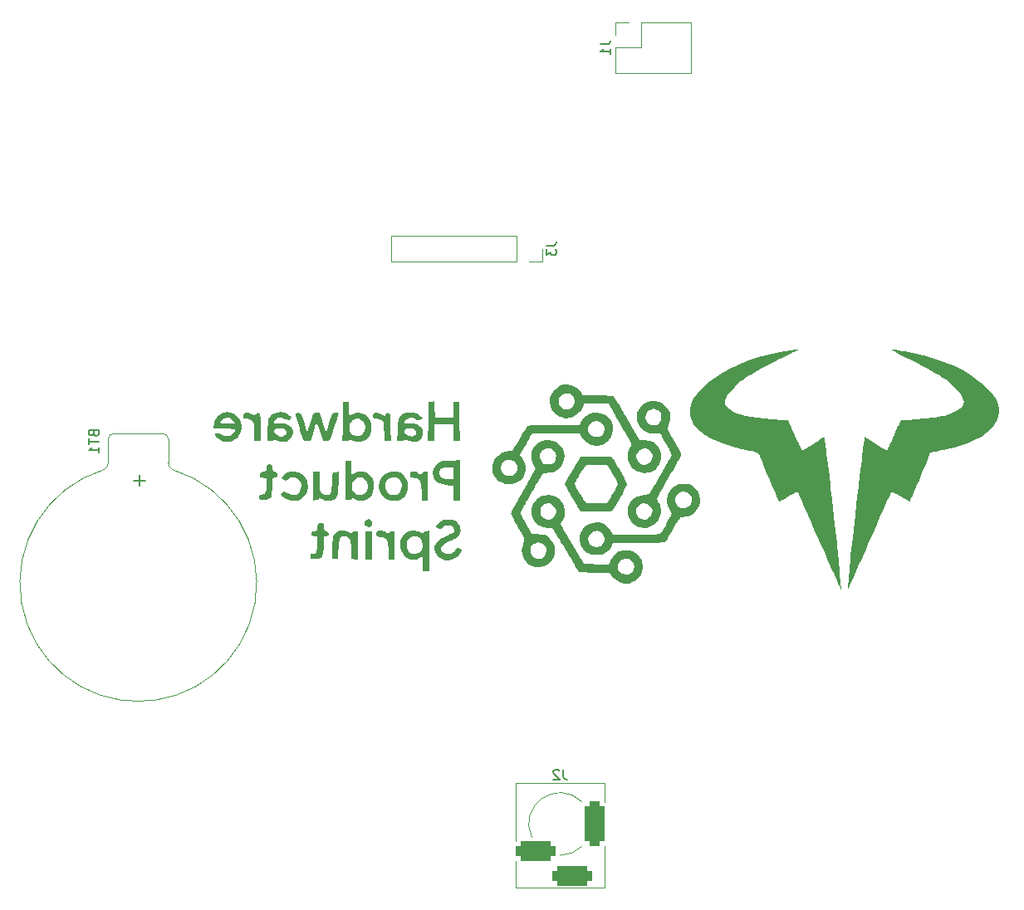
<source format=gbr>
%TF.GenerationSoftware,KiCad,Pcbnew,(6.0.5)*%
%TF.CreationDate,2022-07-26T12:17:50-04:00*%
%TF.ProjectId,Clock_design,436c6f63-6b5f-4646-9573-69676e2e6b69,rev?*%
%TF.SameCoordinates,PX56c8cc0PY97a25c0*%
%TF.FileFunction,Legend,Bot*%
%TF.FilePolarity,Positive*%
%FSLAX46Y46*%
G04 Gerber Fmt 4.6, Leading zero omitted, Abs format (unit mm)*
G04 Created by KiCad (PCBNEW (6.0.5)) date 2022-07-26 12:17:50*
%MOMM*%
%LPD*%
G01*
G04 APERTURE LIST*
G04 Aperture macros list*
%AMRoundRect*
0 Rectangle with rounded corners*
0 $1 Rounding radius*
0 $2 $3 $4 $5 $6 $7 $8 $9 X,Y pos of 4 corners*
0 Add a 4 corners polygon primitive as box body*
4,1,4,$2,$3,$4,$5,$6,$7,$8,$9,$2,$3,0*
0 Add four circle primitives for the rounded corners*
1,1,$1+$1,$2,$3*
1,1,$1+$1,$4,$5*
1,1,$1+$1,$6,$7*
1,1,$1+$1,$8,$9*
0 Add four rect primitives between the rounded corners*
20,1,$1+$1,$2,$3,$4,$5,0*
20,1,$1+$1,$4,$5,$6,$7,0*
20,1,$1+$1,$6,$7,$8,$9,0*
20,1,$1+$1,$8,$9,$2,$3,0*%
G04 Aperture macros list end*
%ADD10C,0.150000*%
%ADD11C,0.120000*%
%ADD12C,3.200000*%
%ADD13R,1.600000X1.600000*%
%ADD14O,1.600000X1.600000*%
%ADD15C,1.600000*%
%ADD16C,1.440000*%
%ADD17R,2.000000X2.000000*%
%ADD18C,2.000000*%
%ADD19C,3.000000*%
%ADD20R,1.800000X2.600000*%
%ADD21O,1.800000X2.600000*%
%ADD22RoundRect,0.500000X0.500000X-1.750000X0.500000X1.750000X-0.500000X1.750000X-0.500000X-1.750000X0*%
%ADD23RoundRect,0.500000X1.500000X0.500000X-1.500000X0.500000X-1.500000X-0.500000X1.500000X-0.500000X0*%
%ADD24R,1.700000X1.700000*%
%ADD25O,1.700000X1.700000*%
%ADD26R,3.000000X3.000000*%
G04 APERTURE END LIST*
D10*
%TO.C,J2*%
X59333333Y27387620D02*
X59333333Y26673334D01*
X59380952Y26530477D01*
X59476190Y26435239D01*
X59619047Y26387620D01*
X59714285Y26387620D01*
X58904761Y27292381D02*
X58857142Y27340000D01*
X58761904Y27387620D01*
X58523809Y27387620D01*
X58428571Y27340000D01*
X58380952Y27292381D01*
X58333333Y27197143D01*
X58333333Y27101905D01*
X58380952Y26959048D01*
X58952380Y26387620D01*
X58333333Y26387620D01*
%TO.C,J1*%
X63097380Y101338334D02*
X63811666Y101338334D01*
X63954523Y101385953D01*
X64049761Y101481191D01*
X64097380Y101624048D01*
X64097380Y101719286D01*
X64097380Y100338334D02*
X64097380Y100909762D01*
X64097380Y100624048D02*
X63097380Y100624048D01*
X63240238Y100719286D01*
X63335476Y100814524D01*
X63383095Y100909762D01*
%TO.C,J3*%
X57632380Y80833334D02*
X58346666Y80833334D01*
X58489523Y80880953D01*
X58584761Y80976191D01*
X58632380Y81119048D01*
X58632380Y81214286D01*
X57632380Y80452381D02*
X57632380Y79833334D01*
X58013333Y80166667D01*
X58013333Y80023810D01*
X58060952Y79928572D01*
X58108571Y79880953D01*
X58203809Y79833334D01*
X58441904Y79833334D01*
X58537142Y79880953D01*
X58584761Y79928572D01*
X58632380Y80023810D01*
X58632380Y80309524D01*
X58584761Y80404762D01*
X58537142Y80452381D01*
%TO.C,BT1*%
X11428588Y61649401D02*
X11476207Y61506544D01*
X11523826Y61458925D01*
X11619064Y61411306D01*
X11761921Y61411306D01*
X11857159Y61458925D01*
X11904778Y61506544D01*
X11952397Y61601782D01*
X11952397Y61982734D01*
X10952397Y61982734D01*
X10952397Y61649401D01*
X11000017Y61554163D01*
X11047636Y61506544D01*
X11142874Y61458925D01*
X11238112Y61458925D01*
X11333350Y61506544D01*
X11380969Y61554163D01*
X11428588Y61649401D01*
X11428588Y61982734D01*
X10952397Y61125591D02*
X10952397Y60554163D01*
X11952397Y60839877D02*
X10952397Y60839877D01*
X11952397Y59697020D02*
X11952397Y60268448D01*
X11952397Y59982734D02*
X10952397Y59982734D01*
X11095255Y60077972D01*
X11190493Y60173210D01*
X11238112Y60268448D01*
X16107159Y57435115D02*
X16107159Y56292258D01*
X16678588Y56863686D02*
X15535731Y56863686D01*
%TO.C,G\u002A\u002A\u002A*%
G36*
X67355592Y47635892D02*
G01*
X67227348Y47311832D01*
X67045074Y47017227D01*
X66818457Y46773033D01*
X66770113Y46732053D01*
X66647311Y46638012D01*
X66519653Y46559824D01*
X66363523Y46484114D01*
X66155305Y46397511D01*
X66062171Y46371620D01*
X65895417Y46356132D01*
X65665196Y46360571D01*
X65492428Y46373127D01*
X65343097Y46396815D01*
X65214380Y46437778D01*
X65074943Y46503608D01*
X64778953Y46676984D01*
X64527802Y46868092D01*
X64346698Y47061575D01*
X64312184Y47107709D01*
X64218951Y47230273D01*
X64141490Y47329576D01*
X64055531Y47437198D01*
X62730379Y47463715D01*
X62662798Y47465079D01*
X62252355Y47474061D01*
X61913230Y47483070D01*
X61638304Y47492603D01*
X61420459Y47503155D01*
X61252573Y47515223D01*
X61127528Y47529301D01*
X61038203Y47545887D01*
X60977480Y47565476D01*
X60938239Y47588564D01*
X60913694Y47613431D01*
X60840333Y47709349D01*
X60738811Y47859331D01*
X60615785Y48053043D01*
X60611527Y48060057D01*
X64889422Y48060057D01*
X64890245Y47924204D01*
X64919823Y47814929D01*
X64988508Y47689159D01*
X65028282Y47632019D01*
X65148906Y47498326D01*
X65277570Y47393951D01*
X65291907Y47385196D01*
X65448644Y47317806D01*
X65633083Y47274432D01*
X65813097Y47260412D01*
X65956557Y47281089D01*
X66013429Y47302388D01*
X66247894Y47432105D01*
X66419465Y47604982D01*
X66524370Y47816134D01*
X66558835Y48060679D01*
X66552975Y48158974D01*
X66489498Y48402500D01*
X66363906Y48607500D01*
X66185617Y48764695D01*
X65964049Y48864804D01*
X65708619Y48898545D01*
X65650620Y48897244D01*
X65517050Y48881777D01*
X65401538Y48839145D01*
X65265034Y48756876D01*
X65177890Y48693321D01*
X65026406Y48533029D01*
X64934208Y48338384D01*
X64891645Y48092205D01*
X64889422Y48060057D01*
X60611527Y48060057D01*
X60477908Y48280148D01*
X60331836Y48530312D01*
X60312600Y48563579D01*
X60233473Y48697499D01*
X60134938Y48861410D01*
X60033865Y49027182D01*
X60002631Y49078309D01*
X59899353Y49251143D01*
X59803633Y49416287D01*
X59732839Y49543927D01*
X59688302Y49625064D01*
X59623291Y49734675D01*
X59576884Y49802300D01*
X59572148Y49808633D01*
X59530656Y49873618D01*
X59456464Y49995996D01*
X59355013Y50166573D01*
X59231747Y50376152D01*
X59092110Y50615539D01*
X58941545Y50875539D01*
X58901691Y50944464D01*
X58752830Y51199453D01*
X58615552Y51430878D01*
X58495408Y51629633D01*
X58397948Y51786614D01*
X58328723Y51892719D01*
X58293283Y51938841D01*
X58269957Y51951994D01*
X58171771Y51978136D01*
X58046711Y51988528D01*
X57910890Y51996230D01*
X57665492Y52034060D01*
X57400679Y52096642D01*
X57147077Y52176342D01*
X56935314Y52265526D01*
X56881427Y52294684D01*
X56690945Y52424632D01*
X56511769Y52583533D01*
X56364547Y52751438D01*
X56269928Y52908397D01*
X56218594Y53025079D01*
X56161057Y53150207D01*
X56156743Y53159479D01*
X56078469Y53410890D01*
X56061193Y53586099D01*
X56980099Y53586099D01*
X57030742Y53359667D01*
X57042617Y53331251D01*
X57159886Y53160587D01*
X57338982Y53015782D01*
X57565383Y52909074D01*
X57659132Y52884449D01*
X57882472Y52880374D01*
X58099727Y52947938D01*
X58298773Y53082181D01*
X58467485Y53278143D01*
X58550995Y53420808D01*
X58622962Y53629252D01*
X58622441Y53829615D01*
X58548636Y54033501D01*
X58400754Y54252510D01*
X58319927Y54336943D01*
X58132528Y54455179D01*
X57918093Y54514471D01*
X57692935Y54515734D01*
X57473366Y54459881D01*
X57275697Y54347829D01*
X57116242Y54180490D01*
X57047059Y54052042D01*
X56986532Y53826435D01*
X56980099Y53586099D01*
X56061193Y53586099D01*
X56050196Y53697620D01*
X56072287Y53993943D01*
X56145109Y54274131D01*
X56157156Y54304759D01*
X56260109Y54505591D01*
X56399925Y54712948D01*
X56556328Y54899387D01*
X56709046Y55037466D01*
X56760752Y55074369D01*
X56993408Y55218107D01*
X57216616Y55309985D01*
X57458771Y55359226D01*
X57748263Y55375054D01*
X57847497Y55375199D01*
X58019710Y55369819D01*
X58154174Y55352836D01*
X58279427Y55319624D01*
X58424006Y55265560D01*
X58442709Y55257951D01*
X58580455Y55197685D01*
X58687494Y55143825D01*
X58742003Y55107236D01*
X58757333Y55091567D01*
X58829940Y55029112D01*
X58927655Y54953497D01*
X58933792Y54948854D01*
X59038187Y54844400D01*
X59155104Y54691087D01*
X59269310Y54512592D01*
X59365574Y54332590D01*
X59428664Y54174757D01*
X59474436Y53965935D01*
X59496475Y53650499D01*
X59494592Y53629252D01*
X59469005Y53340506D01*
X59442628Y53210800D01*
X59415785Y53108337D01*
X59395516Y53061768D01*
X59390476Y53056414D01*
X59352599Y52997774D01*
X59292079Y52891585D01*
X59219450Y52756127D01*
X59070265Y52470360D01*
X59318499Y52000884D01*
X59332240Y51974945D01*
X59430334Y51792412D01*
X59519967Y51629848D01*
X59591727Y51504105D01*
X59636203Y51432034D01*
X59668505Y51382757D01*
X59739257Y51265116D01*
X59812886Y51133912D01*
X59853405Y51059571D01*
X59939768Y50904948D01*
X60048128Y50715296D01*
X60183259Y50482359D01*
X60349933Y50197878D01*
X60552922Y49853596D01*
X60689426Y49621419D01*
X60844818Y49355176D01*
X60997825Y49091375D01*
X61129292Y48862942D01*
X61405227Y48380704D01*
X61663599Y48356895D01*
X61730012Y48352295D01*
X61887171Y48345443D01*
X62099617Y48339038D01*
X62352772Y48333438D01*
X62632056Y48329000D01*
X62922891Y48326079D01*
X63923810Y48319072D01*
X64104857Y48665188D01*
X64161486Y48770177D01*
X64348986Y49068937D01*
X64544613Y49301782D01*
X64758133Y49479039D01*
X64999312Y49611036D01*
X65064535Y49639219D01*
X65186526Y49687379D01*
X65293134Y49717529D01*
X65408073Y49733712D01*
X65555060Y49739972D01*
X65757809Y49740351D01*
X65873635Y49739501D01*
X66041042Y49735175D01*
X66162712Y49723799D01*
X66260644Y49701243D01*
X66356840Y49663378D01*
X66473302Y49606075D01*
X66497604Y49593205D01*
X66696642Y49460171D01*
X66902594Y49281914D01*
X67090905Y49081691D01*
X67237019Y48882759D01*
X67247661Y48864480D01*
X67315461Y48704814D01*
X67372681Y48501376D01*
X67411949Y48285202D01*
X67425896Y48087329D01*
X67424601Y48060679D01*
X67420121Y47968449D01*
X67355592Y47635892D01*
G37*
G36*
X45008513Y47655821D02*
G01*
X45008513Y48391189D01*
X45007184Y48622552D01*
X45003475Y48824496D01*
X44997824Y48984059D01*
X44990671Y49088870D01*
X44982453Y49126556D01*
X44975946Y49125136D01*
X44918844Y49094209D01*
X44833392Y49035557D01*
X44667289Y48931313D01*
X44386788Y48825202D01*
X44094850Y48789930D01*
X43802668Y48823715D01*
X43521435Y48924774D01*
X43262345Y49091327D01*
X43036590Y49321590D01*
X42941400Y49459369D01*
X42811980Y49735107D01*
X42739294Y50030358D01*
X42723244Y50291855D01*
X43367165Y50291855D01*
X43368655Y50224927D01*
X43384904Y50083943D01*
X43427355Y49953069D01*
X43506411Y49795195D01*
X43577604Y49678702D01*
X43674690Y49553480D01*
X43759854Y49479347D01*
X43786343Y49466093D01*
X43914095Y49422393D01*
X44054522Y49395379D01*
X44281056Y49392375D01*
X44516254Y49449978D01*
X44713251Y49576204D01*
X44875863Y49772806D01*
X44911738Y49833701D01*
X44952354Y49933034D01*
X44970520Y50049540D01*
X44973043Y50214138D01*
X44961521Y50395098D01*
X44901177Y50670598D01*
X44791566Y50891474D01*
X44634916Y51052204D01*
X44554407Y51105590D01*
X44461736Y51146616D01*
X44350689Y51165843D01*
X44190798Y51171453D01*
X44070803Y51170310D01*
X43945800Y51157389D01*
X43847259Y51124489D01*
X43744192Y51064168D01*
X43643268Y50983875D01*
X43493488Y50791653D01*
X43399056Y50556068D01*
X43367165Y50291855D01*
X42723244Y50291855D01*
X42720670Y50333783D01*
X42753438Y50634043D01*
X42834927Y50919799D01*
X42962466Y51179712D01*
X43133385Y51402442D01*
X43345013Y51576652D01*
X43594679Y51691002D01*
X43858193Y51741838D01*
X44183628Y51742071D01*
X44508407Y51682270D01*
X44807573Y51565027D01*
X44828320Y51554338D01*
X44918861Y51517988D01*
X44979550Y51528781D01*
X45041891Y51590087D01*
X45097348Y51633941D01*
X45205681Y51670426D01*
X45376197Y51694950D01*
X45644507Y51721259D01*
X45644507Y47655821D01*
X45008513Y47655821D01*
G37*
G36*
X58457147Y49314389D02*
G01*
X58359700Y49034464D01*
X58196306Y48765198D01*
X57976174Y48520030D01*
X57708513Y48312395D01*
X57544105Y48215069D01*
X57364793Y48135757D01*
X57172202Y48085831D01*
X56933396Y48054327D01*
X56914461Y48052571D01*
X56763739Y48041687D01*
X56642558Y48038035D01*
X56575649Y48042437D01*
X56544354Y48050439D01*
X56444156Y48074099D01*
X56317277Y48102670D01*
X56248492Y48119713D01*
X56131328Y48157686D01*
X56058904Y48193350D01*
X56038438Y48208185D01*
X55949936Y48264285D01*
X55838482Y48328404D01*
X55779692Y48365380D01*
X55620043Y48504660D01*
X55460427Y48691633D01*
X55317101Y48905774D01*
X55206322Y49126556D01*
X55202272Y49136524D01*
X55120268Y49412322D01*
X55095952Y49699046D01*
X55098506Y49722801D01*
X56001455Y49722801D01*
X56009092Y49591362D01*
X56074704Y49345676D01*
X56204364Y49141798D01*
X56394314Y48986774D01*
X56396242Y48985647D01*
X56633150Y48886510D01*
X56864461Y48861295D01*
X57080422Y48904583D01*
X57271279Y49010951D01*
X57427277Y49174982D01*
X57538663Y49391255D01*
X57595683Y49654349D01*
X57602389Y49738850D01*
X57601106Y49868696D01*
X57574533Y49978882D01*
X57515821Y50108346D01*
X57414432Y50266016D01*
X57237181Y50430047D01*
X57027355Y50530360D01*
X56797512Y50563698D01*
X56560208Y50526804D01*
X56327999Y50416422D01*
X56279702Y50381729D01*
X56126317Y50212060D01*
X56033259Y49991759D01*
X56001455Y49722801D01*
X55098506Y49722801D01*
X55129498Y50011104D01*
X55221075Y50362906D01*
X55253109Y50466376D01*
X55299578Y50631400D01*
X55331528Y50764890D01*
X55343411Y50844984D01*
X55339580Y50900583D01*
X55324463Y50968325D01*
X55293878Y51053240D01*
X55243659Y51163867D01*
X55169635Y51308750D01*
X55067640Y51496431D01*
X54933506Y51735451D01*
X54763064Y52034353D01*
X54614488Y52294585D01*
X54437415Y52608223D01*
X54295749Y52864766D01*
X54186303Y53070714D01*
X54105892Y53232569D01*
X54051330Y53356832D01*
X54019429Y53450003D01*
X54007003Y53518584D01*
X54010867Y53569076D01*
X54030175Y53617354D01*
X54083000Y53728254D01*
X54162072Y53885739D01*
X54260780Y54077364D01*
X54372513Y54290686D01*
X54490659Y54513262D01*
X54608608Y54732649D01*
X54719747Y54936403D01*
X54817465Y55112082D01*
X54895151Y55247241D01*
X54946193Y55329438D01*
X54982117Y55386090D01*
X55051691Y55507444D01*
X55123389Y55642731D01*
X55172959Y55737155D01*
X55232188Y55841131D01*
X55271342Y55899161D01*
X55279608Y55910730D01*
X55324233Y55982924D01*
X55400573Y56111702D01*
X55503520Y56288274D01*
X55627965Y56503849D01*
X55768800Y56749639D01*
X55920916Y57016854D01*
X56529954Y58090093D01*
X56445588Y58229217D01*
X56427218Y58259091D01*
X56371674Y58344265D01*
X56337927Y58388215D01*
X56337299Y58388805D01*
X56310416Y58436022D01*
X56264171Y58535458D01*
X56208195Y58666463D01*
X56201657Y58682533D01*
X56097157Y59044040D01*
X56071749Y59407427D01*
X56933999Y59407427D01*
X56942474Y59274361D01*
X56996067Y59040408D01*
X57091430Y58834000D01*
X57219748Y58671956D01*
X57372209Y58571099D01*
X57403357Y58560115D01*
X57559537Y58527841D01*
X57745731Y58512947D01*
X57926464Y58516951D01*
X58066259Y58541373D01*
X58258993Y58631068D01*
X58419962Y58778796D01*
X58526851Y58981164D01*
X58583093Y59242832D01*
X58588990Y59372009D01*
X58547713Y59616362D01*
X58437223Y59824758D01*
X58261078Y59991679D01*
X58022837Y60111607D01*
X57835885Y60147989D01*
X57619634Y60129116D01*
X57410575Y60056016D01*
X57223096Y59937993D01*
X57071583Y59784352D01*
X56970422Y59604395D01*
X56933999Y59407427D01*
X56071749Y59407427D01*
X56071672Y59408531D01*
X56125064Y59771849D01*
X56257193Y60129839D01*
X56300820Y60217949D01*
X56386742Y60370133D01*
X56476266Y60484666D01*
X56591307Y60586784D01*
X56753776Y60701722D01*
X56882330Y60779262D01*
X57210366Y60916276D01*
X57565404Y60990788D01*
X57926100Y60997414D01*
X58223551Y60945237D01*
X58540334Y60824680D01*
X58820889Y60646681D01*
X59049289Y60419434D01*
X59094779Y60359757D01*
X59287440Y60037834D01*
X59407108Y59702258D01*
X59452784Y59372009D01*
X59454238Y59361496D01*
X59429280Y59024019D01*
X59332686Y58698294D01*
X59164907Y58392790D01*
X58926397Y58115977D01*
X58910985Y58101475D01*
X58687274Y57919326D01*
X58453138Y57787004D01*
X58192556Y57698985D01*
X57889508Y57649745D01*
X57527975Y57633760D01*
X57267937Y57632973D01*
X56854855Y56907542D01*
X56765781Y56751492D01*
X56552489Y56380400D01*
X56332775Y56001296D01*
X56117927Y55633538D01*
X55919237Y55296486D01*
X55747992Y55009499D01*
X55697551Y54922589D01*
X55618362Y54780320D01*
X55538463Y54631877D01*
X55471760Y54509930D01*
X55416135Y54416489D01*
X55384555Y54373505D01*
X55368863Y54353584D01*
X55319909Y54275132D01*
X55249218Y54152885D01*
X55166223Y54002855D01*
X55125803Y53927511D01*
X55050769Y53777613D01*
X55008505Y53668734D01*
X54992612Y53581808D01*
X54996690Y53497772D01*
X55010085Y53438796D01*
X55054353Y53319348D01*
X55130140Y53155661D01*
X55239792Y52943240D01*
X55385657Y52677594D01*
X55570080Y52354229D01*
X55795409Y51968653D01*
X56123525Y51412159D01*
X56757021Y51388057D01*
X56996427Y51376815D01*
X57236416Y51358553D01*
X57400401Y51335869D01*
X57490294Y51308558D01*
X57529862Y51285457D01*
X57636683Y51216507D01*
X57752736Y51135385D01*
X57859081Y51056015D01*
X57936778Y50992319D01*
X57966885Y50958220D01*
X57981680Y50932199D01*
X58037733Y50861319D01*
X58121247Y50766259D01*
X58148420Y50735488D01*
X58319835Y50474648D01*
X58432900Y50165745D01*
X58485687Y49816010D01*
X58483792Y49738850D01*
X58476274Y49432673D01*
X58457147Y49314389D01*
G37*
G36*
X47781518Y52884392D02*
G01*
X47981226Y52871738D01*
X48143992Y52849081D01*
X48249068Y52816398D01*
X48299980Y52784199D01*
X48436628Y52667125D01*
X48578191Y52512570D01*
X48703866Y52344599D01*
X48792856Y52187276D01*
X48846403Y51995876D01*
X48854025Y51755736D01*
X48809426Y51514314D01*
X48715106Y51300123D01*
X48709418Y51291177D01*
X48593172Y51154388D01*
X48428913Y51013756D01*
X48242344Y50888901D01*
X48059167Y50799441D01*
X47934193Y50750524D01*
X47653535Y50628005D01*
X47396211Y50498864D01*
X47179981Y50372380D01*
X47022606Y50257834D01*
X46909690Y50137888D01*
X46850259Y49999289D01*
X46865492Y49849651D01*
X46954048Y49677621D01*
X47062526Y49542632D01*
X47188541Y49454150D01*
X47349156Y49408090D01*
X47565081Y49394866D01*
X47679632Y49398327D01*
X47835622Y49423792D01*
X47969957Y49483373D01*
X48104136Y49588021D01*
X48259657Y49748686D01*
X48312173Y49806415D01*
X48406117Y49901766D01*
X48478680Y49954279D01*
X48550614Y49976549D01*
X48642673Y49981173D01*
X48702064Y49978029D01*
X48848810Y49936648D01*
X48947410Y49855131D01*
X48983474Y49743512D01*
X48972082Y49689466D01*
X48914911Y49573445D01*
X48822116Y49436548D01*
X48707778Y49298737D01*
X48585978Y49179973D01*
X48482454Y49094678D01*
X48315217Y48974156D01*
X48153882Y48886772D01*
X47968659Y48814909D01*
X47941887Y48806069D01*
X47658921Y48742764D01*
X47395198Y48746243D01*
X47128717Y48816550D01*
X47019243Y48859686D01*
X46921829Y48902354D01*
X46876745Y48927960D01*
X46867068Y48936804D01*
X46804576Y48981120D01*
X46709649Y49041322D01*
X46647301Y49086243D01*
X46529501Y49195611D01*
X46424103Y49319202D01*
X46409433Y49339600D01*
X46272361Y49595680D01*
X46211287Y49859903D01*
X46224709Y50123937D01*
X46311123Y50379450D01*
X46469026Y50618108D01*
X46696914Y50831579D01*
X46809051Y50905717D01*
X46979836Y51002706D01*
X47178664Y51104580D01*
X47381716Y51198573D01*
X47553344Y51275217D01*
X47824808Y51408355D01*
X48022962Y51524783D01*
X48150341Y51626079D01*
X48209480Y51713822D01*
X48214258Y51730034D01*
X48221531Y51896570D01*
X48155127Y52050248D01*
X48020348Y52178056D01*
X48015628Y52181167D01*
X47920607Y52236639D01*
X47828302Y52268567D01*
X47711358Y52283165D01*
X47542420Y52286650D01*
X47228754Y52286650D01*
X47071188Y52117715D01*
X46982351Y52030512D01*
X46885733Y51967025D01*
X46791284Y51948779D01*
X46712873Y51959770D01*
X46595239Y51999263D01*
X46480883Y52055691D01*
X46394304Y52116530D01*
X46360000Y52169255D01*
X46360023Y52170806D01*
X46390835Y52249590D01*
X46470018Y52360377D01*
X46582855Y52487742D01*
X46714628Y52616259D01*
X46850622Y52730502D01*
X46976119Y52815046D01*
X47028217Y52835417D01*
X47168217Y52862555D01*
X47354265Y52879779D01*
X47565615Y52887065D01*
X47781518Y52884392D01*
G37*
G36*
X40684949Y51771117D02*
G01*
X40782159Y51756708D01*
X41072627Y51668410D01*
X41376258Y51508561D01*
X41500340Y51430677D01*
X41548054Y51545867D01*
X41571039Y51588048D01*
X41655186Y51657738D01*
X41793679Y51697003D01*
X41997480Y51709844D01*
X42106791Y51710281D01*
X42106791Y48808560D01*
X41560466Y48808560D01*
X41532562Y49454491D01*
X41519654Y49721729D01*
X41498630Y50044403D01*
X41473703Y50302298D01*
X41443770Y50504080D01*
X41407726Y50658414D01*
X41364467Y50773966D01*
X41266433Y50904159D01*
X41103626Y51015029D01*
X40898283Y51087853D01*
X40668001Y51114037D01*
X40598551Y51115618D01*
X40434904Y51142048D01*
X40334789Y51207303D01*
X40290050Y51319479D01*
X40292529Y51486671D01*
X40299133Y51535740D01*
X40335268Y51671861D01*
X40401668Y51749253D01*
X40513254Y51778733D01*
X40684949Y51771117D01*
G37*
G36*
X39801314Y48808560D02*
G01*
X39125571Y48808560D01*
X39125571Y51710281D01*
X39801314Y51710281D01*
X39801314Y48808560D01*
G37*
G36*
X36872274Y51758323D02*
G01*
X37076158Y51745335D01*
X37253021Y51705321D01*
X37431392Y51629368D01*
X37639794Y51508561D01*
X37763877Y51430677D01*
X37811591Y51545867D01*
X37834576Y51588048D01*
X37918723Y51657738D01*
X38057215Y51697003D01*
X38261017Y51709844D01*
X38370328Y51710281D01*
X38370328Y48797144D01*
X38083845Y48823769D01*
X38070991Y48825010D01*
X37927975Y48845195D01*
X37818890Y48871668D01*
X37766457Y48899039D01*
X37760155Y48916318D01*
X37747153Y49003790D01*
X37737712Y49140527D01*
X37733540Y49305430D01*
X37728940Y49556166D01*
X37717336Y49836862D01*
X37700088Y50111034D01*
X37678457Y50364088D01*
X37653705Y50581429D01*
X37627096Y50748463D01*
X37599891Y50850595D01*
X37543210Y50948063D01*
X37404266Y51073267D01*
X37221696Y51153326D01*
X37012720Y51181788D01*
X36794564Y51152203D01*
X36762193Y51142498D01*
X36634587Y51080507D01*
X36557790Y50987186D01*
X36529226Y50913425D01*
X36496172Y50767862D01*
X36467339Y50561906D01*
X36442213Y50290789D01*
X36420279Y49949740D01*
X36401022Y49533990D01*
X36373742Y48848309D01*
X35779780Y48848309D01*
X35795161Y49891736D01*
X35796168Y49958528D01*
X35801841Y50274012D01*
X35808478Y50522540D01*
X35816819Y50714691D01*
X35827607Y50861044D01*
X35841584Y50972179D01*
X35859491Y51058674D01*
X35882071Y51131110D01*
X35975338Y51336468D01*
X36121146Y51528641D01*
X36308739Y51659686D01*
X36545789Y51734628D01*
X36839968Y51758493D01*
X36872274Y51758323D01*
G37*
G36*
X34764580Y52559813D02*
G01*
X34843213Y52492702D01*
X34893891Y52363294D01*
X34922820Y52163757D01*
X34924198Y52147622D01*
X34942913Y51969701D01*
X34968438Y51853039D01*
X35010179Y51780721D01*
X35077547Y51735832D01*
X35179947Y51701458D01*
X35268324Y51672309D01*
X35376032Y51607570D01*
X35420921Y51516276D01*
X35413745Y51383818D01*
X35405165Y51342894D01*
X35375423Y51272485D01*
X35314730Y51230010D01*
X35199419Y51194572D01*
X35138592Y51178762D01*
X35027844Y51149466D01*
X34961799Y51131275D01*
X34942719Y51105123D01*
X34928404Y51031901D01*
X34918879Y50903644D01*
X34913547Y50712215D01*
X34911812Y50449478D01*
X34909537Y50167364D01*
X34898332Y49844172D01*
X34875624Y49584838D01*
X34839046Y49380531D01*
X34786234Y49222420D01*
X34714824Y49101674D01*
X34622449Y49009460D01*
X34506745Y48936949D01*
X34466430Y48917471D01*
X34347533Y48876256D01*
X34206102Y48855065D01*
X34013969Y48848861D01*
X33981760Y48848915D01*
X33792674Y48857922D01*
X33668725Y48888982D01*
X33597976Y48951811D01*
X33568492Y49056127D01*
X33568335Y49211648D01*
X33580500Y49424679D01*
X33785575Y49411410D01*
X33857758Y49409433D01*
X33985100Y49418428D01*
X34070378Y49440811D01*
X34114305Y49479048D01*
X34160822Y49571332D01*
X34195321Y49717144D01*
X34218769Y49922871D01*
X34232130Y50194902D01*
X34236369Y50539624D01*
X34236369Y51193536D01*
X34063427Y51193536D01*
X34033783Y51194112D01*
X33888395Y51208819D01*
X33765305Y51237174D01*
X33738774Y51246801D01*
X33673258Y51283535D01*
X33645730Y51343627D01*
X33640125Y51455040D01*
X33640247Y51490869D01*
X33646389Y51568646D01*
X33672602Y51619112D01*
X33733548Y51651867D01*
X33843889Y51676513D01*
X34018289Y51702651D01*
X34137886Y51725705D01*
X34202645Y51758583D01*
X34224305Y51810011D01*
X34231032Y51879808D01*
X34242982Y52005792D01*
X34256993Y52154777D01*
X34260574Y52190165D01*
X34290997Y52354071D01*
X34348576Y52459620D01*
X34448123Y52524333D01*
X34604454Y52565731D01*
X34651786Y52572463D01*
X34764580Y52559813D01*
G37*
G36*
X69828735Y50772145D02*
G01*
X69745690Y50656976D01*
X69696764Y50603531D01*
X69638567Y50582375D01*
X69516698Y50561621D01*
X69332153Y50543415D01*
X69082834Y50527684D01*
X68766639Y50514358D01*
X68381468Y50503364D01*
X67925223Y50494631D01*
X67395803Y50488088D01*
X66791108Y50483663D01*
X66109039Y50481285D01*
X64413164Y50478043D01*
X64264104Y50209733D01*
X64249177Y50182980D01*
X64177031Y50056958D01*
X64120626Y49963627D01*
X64091107Y49921549D01*
X64081012Y49911678D01*
X64029019Y49853331D01*
X63955896Y49766344D01*
X63932338Y49738925D01*
X63734777Y49567392D01*
X63484917Y49425890D01*
X63204611Y49324756D01*
X62915712Y49274326D01*
X62707657Y49270426D01*
X62440891Y49287943D01*
X62179748Y49325718D01*
X62060898Y49356394D01*
X61800980Y49476643D01*
X61558645Y49658886D01*
X61348227Y49891093D01*
X61184062Y50161235D01*
X61168327Y50195101D01*
X61081481Y50440503D01*
X61034497Y50712582D01*
X61027364Y50914043D01*
X61862347Y50914043D01*
X61866677Y50842410D01*
X61925603Y50626661D01*
X62043035Y50423338D01*
X62205590Y50258019D01*
X62212197Y50253012D01*
X62429246Y50127019D01*
X62647514Y50077997D01*
X62875962Y50103887D01*
X62949778Y50123060D01*
X63051021Y50147849D01*
X63102508Y50158292D01*
X63142283Y50179509D01*
X63217557Y50251487D01*
X63305392Y50355446D01*
X63389324Y50471567D01*
X63452884Y50580030D01*
X63517574Y50768750D01*
X63529740Y50994091D01*
X63478476Y51207711D01*
X63372308Y51398646D01*
X63219763Y51555934D01*
X63029366Y51668614D01*
X62809644Y51725722D01*
X62569123Y51716297D01*
X62373075Y51655083D01*
X62166814Y51527057D01*
X62005302Y51352207D01*
X61899995Y51143535D01*
X61862347Y50914043D01*
X61027364Y50914043D01*
X61023098Y51034538D01*
X61035256Y51195889D01*
X61114710Y51507270D01*
X61260560Y51798475D01*
X61464203Y52059495D01*
X61717035Y52280326D01*
X62010454Y52450962D01*
X62335857Y52561394D01*
X62624634Y52601242D01*
X62975358Y52581549D01*
X63311365Y52489676D01*
X63622916Y52329633D01*
X63900272Y52105431D01*
X64133694Y51821079D01*
X64161705Y51778556D01*
X64252009Y51636010D01*
X64324576Y51513535D01*
X64365778Y51433868D01*
X64407664Y51332660D01*
X66742283Y51357017D01*
X67113578Y51360949D01*
X67520217Y51365394D01*
X67898271Y51369673D01*
X68240466Y51373696D01*
X68539530Y51377373D01*
X68788190Y51380615D01*
X68979173Y51383331D01*
X69105207Y51385433D01*
X69159018Y51386830D01*
X69169479Y51388282D01*
X69250152Y51440923D01*
X69335145Y51561220D01*
X69362693Y51610030D01*
X69434924Y51735947D01*
X69532554Y51904669D01*
X69646314Y52100195D01*
X69766934Y52306525D01*
X69821781Y52400498D01*
X70016662Y52742261D01*
X70169563Y53024551D01*
X70279722Y53245855D01*
X70346376Y53404665D01*
X70368763Y53499467D01*
X70358882Y53546469D01*
X70315578Y53650628D01*
X70249514Y53771122D01*
X70199279Y53855043D01*
X70149522Y53944745D01*
X70130266Y53989256D01*
X70120961Y54019958D01*
X70086038Y54106166D01*
X70034085Y54223357D01*
X69994336Y54318581D01*
X69908587Y54652031D01*
X69902899Y54787784D01*
X70733324Y54787784D01*
X70783345Y54562648D01*
X70905066Y54363412D01*
X71096573Y54197823D01*
X71169493Y54153985D01*
X71413299Y54057207D01*
X71652092Y54039557D01*
X71884401Y54100972D01*
X72108753Y54241389D01*
X72192586Y54315851D01*
X72339318Y54500558D01*
X72415830Y54706518D01*
X72428660Y54948178D01*
X72401313Y55130875D01*
X72313915Y55335795D01*
X72163087Y55498975D01*
X71942774Y55628898D01*
X71885592Y55652841D01*
X71631105Y55714109D01*
X71389669Y55701040D01*
X71170627Y55616853D01*
X70983322Y55464765D01*
X70837097Y55247996D01*
X70756918Y55031069D01*
X70733324Y54787784D01*
X69902899Y54787784D01*
X69894073Y54998437D01*
X69950313Y55341611D01*
X70076828Y55665367D01*
X70202132Y55854451D01*
X70375285Y56046960D01*
X70574922Y56223376D01*
X70780308Y56365388D01*
X70970707Y56454688D01*
X71029415Y56470378D01*
X71205352Y56498004D01*
X71421005Y56514313D01*
X71652716Y56519143D01*
X71876830Y56512332D01*
X72069690Y56493720D01*
X72207637Y56463143D01*
X72390489Y56381313D01*
X72656339Y56196646D01*
X72887494Y55953745D01*
X73075697Y55663860D01*
X73212691Y55338242D01*
X73290218Y54988139D01*
X73292945Y54948178D01*
X73297277Y54884707D01*
X73268571Y54610077D01*
X73181187Y54325096D01*
X73044643Y54044738D01*
X72868458Y53783974D01*
X72662151Y53557777D01*
X72435241Y53381120D01*
X72197245Y53268974D01*
X72194257Y53268054D01*
X72077935Y53239989D01*
X71909127Y53208133D01*
X71713475Y53176629D01*
X71516625Y53149615D01*
X71344219Y53131234D01*
X71312390Y53126679D01*
X71264096Y53106535D01*
X71214351Y53061029D01*
X71154175Y52978961D01*
X71074584Y52849129D01*
X70966598Y52660333D01*
X70779210Y52331291D01*
X70590559Y52006304D01*
X70407711Y51697176D01*
X70235386Y51411553D01*
X70078302Y51157077D01*
X69974681Y50994091D01*
X69941178Y50941394D01*
X69828735Y50772145D01*
G37*
G36*
X69269938Y53731235D02*
G01*
X69264930Y53547962D01*
X69248581Y53409030D01*
X69215909Y53285448D01*
X69161933Y53148222D01*
X69008793Y52859657D01*
X68781082Y52568456D01*
X68508467Y52331917D01*
X68199951Y52157639D01*
X67864538Y52053221D01*
X67856045Y52051799D01*
X67759612Y52045368D01*
X67615742Y52044745D01*
X67452219Y52050138D01*
X67244379Y52069870D01*
X67062063Y52113230D01*
X66869478Y52190650D01*
X66612271Y52335748D01*
X66343235Y52562142D01*
X66132686Y52831066D01*
X65983912Y53133064D01*
X65900201Y53458679D01*
X65889736Y53690197D01*
X66739112Y53690197D01*
X66747045Y53578495D01*
X66805251Y53364313D01*
X66924187Y53187163D01*
X67109577Y53039989D01*
X67367145Y52915731D01*
X67564024Y52870366D01*
X67762424Y52894335D01*
X67962099Y52992380D01*
X68169617Y53166555D01*
X68299514Y53327462D01*
X68395588Y53547810D01*
X68416143Y53780167D01*
X68360715Y54016040D01*
X68228837Y54246936D01*
X68221464Y54256549D01*
X68054928Y54410991D01*
X67843493Y54502408D01*
X67583316Y54532503D01*
X67471160Y54526520D01*
X67224136Y54464738D01*
X67019532Y54342345D01*
X66865235Y54167211D01*
X66769133Y53947205D01*
X66739112Y53690197D01*
X65889736Y53690197D01*
X65884843Y53798455D01*
X65941126Y54142936D01*
X66072340Y54482665D01*
X66160993Y54639548D01*
X66356599Y54892003D01*
X66595456Y55091801D01*
X66884433Y55243033D01*
X67230401Y55349790D01*
X67640229Y55416160D01*
X68111537Y55466619D01*
X68659700Y56420610D01*
X68765297Y56604370D01*
X68942549Y56912766D01*
X69123410Y57227383D01*
X69297078Y57529432D01*
X69452751Y57800124D01*
X69579627Y58020670D01*
X69633617Y58114491D01*
X69821875Y58441736D01*
X69974972Y58708597D01*
X70096416Y58921909D01*
X70189710Y59088505D01*
X70258362Y59215221D01*
X70305876Y59308889D01*
X70335758Y59376345D01*
X70351514Y59424422D01*
X70356649Y59459955D01*
X70354668Y59489777D01*
X70349078Y59520724D01*
X70314507Y59635474D01*
X70237628Y59815858D01*
X70123986Y60045595D01*
X69977800Y60316188D01*
X69803292Y60619144D01*
X69717818Y60764624D01*
X69591540Y60982619D01*
X69471365Y61193140D01*
X69374708Y61365847D01*
X69349974Y61410738D01*
X69273321Y61546175D01*
X69218877Y61627226D01*
X69173908Y61666096D01*
X69125680Y61674992D01*
X69061459Y61666122D01*
X69024052Y61661056D01*
X68896750Y61651843D01*
X68728227Y61646032D01*
X68544714Y61644712D01*
X68401846Y61647596D01*
X68223824Y61661261D01*
X68079847Y61689811D01*
X67942329Y61737493D01*
X67645153Y61889441D01*
X67357978Y62116173D01*
X67126227Y62399877D01*
X66949658Y62740797D01*
X66932151Y62787444D01*
X66867839Y63059687D01*
X66851651Y63302088D01*
X67718825Y63302088D01*
X67760604Y63056674D01*
X67838986Y62874845D01*
X67979454Y62704248D01*
X68182115Y62574074D01*
X68253940Y62547163D01*
X68402408Y62512165D01*
X68560156Y62492642D01*
X68596216Y62490741D01*
X68738620Y62492494D01*
X68847122Y62518561D01*
X68958485Y62576703D01*
X68999756Y62604057D01*
X69163916Y62769409D01*
X69273175Y62990450D01*
X69325955Y63264229D01*
X69321793Y63482290D01*
X69255644Y63719875D01*
X69125681Y63914070D01*
X68936016Y64059143D01*
X68690762Y64149363D01*
X68565540Y64167262D01*
X68337596Y64146839D01*
X68132697Y64063181D01*
X67959607Y63926582D01*
X67827090Y63747337D01*
X67743908Y63535741D01*
X67718825Y63302088D01*
X66851651Y63302088D01*
X66847731Y63360793D01*
X66872053Y63659420D01*
X66941035Y63924228D01*
X66987404Y64031077D01*
X67143601Y64291639D01*
X67341144Y64522095D01*
X67560270Y64697758D01*
X67615800Y64732276D01*
X67771511Y64822387D01*
X67904902Y64882763D01*
X68048456Y64926323D01*
X68234652Y64965986D01*
X68353091Y64984384D01*
X68704702Y64988302D01*
X69044141Y64919307D01*
X69361807Y64782335D01*
X69648102Y64582322D01*
X69893426Y64324204D01*
X70088179Y64012917D01*
X70134423Y63915406D01*
X70192948Y63761202D01*
X70225435Y63606594D01*
X70241981Y63412143D01*
X70243609Y63264229D01*
X70244157Y63214464D01*
X70218897Y62991007D01*
X70157015Y62763380D01*
X70052410Y62502300D01*
X70019354Y62428015D01*
X69980701Y62331730D01*
X69961512Y62249194D01*
X69964960Y62166525D01*
X69994222Y62069840D01*
X70052473Y61945256D01*
X70142887Y61778891D01*
X70268640Y61556861D01*
X70352841Y61408966D01*
X70471591Y61201725D01*
X70578913Y61015908D01*
X70665591Y60867452D01*
X70722408Y60772293D01*
X70744439Y60735824D01*
X70836389Y60575329D01*
X70942359Y60380907D01*
X71051647Y60173144D01*
X71153553Y59972625D01*
X71237378Y59799935D01*
X71292420Y59675662D01*
X71299230Y59658485D01*
X71329728Y59569905D01*
X71333811Y59500165D01*
X71308058Y59419473D01*
X71249046Y59298041D01*
X71219667Y59240904D01*
X71130891Y59073248D01*
X71011617Y58852406D01*
X70867844Y58589219D01*
X70705573Y58294529D01*
X70530803Y57979175D01*
X70349534Y57654000D01*
X70167766Y57329846D01*
X69991498Y57017553D01*
X69826730Y56727963D01*
X69729406Y56556857D01*
X69640469Y56398833D01*
X69571602Y56274708D01*
X69532595Y56201987D01*
X69491365Y56129988D01*
X69453799Y56082738D01*
X69442515Y56068007D01*
X69397822Y55993506D01*
X69327627Y55867969D01*
X69238912Y55703988D01*
X69138656Y55514160D01*
X68852085Y54965457D01*
X68955673Y54778792D01*
X68979163Y54736370D01*
X69092777Y54525505D01*
X69172371Y54360421D01*
X69223918Y54222086D01*
X69253393Y54091468D01*
X69266768Y53949537D01*
X69269961Y53780167D01*
X69270016Y53777261D01*
X69269938Y53731235D01*
G37*
G36*
X39654919Y52862487D02*
G01*
X39788089Y52754166D01*
X39846728Y52648516D01*
X39872151Y52499845D01*
X39850827Y52351617D01*
X39786843Y52227561D01*
X39684285Y52151405D01*
X39641341Y52137247D01*
X39454789Y52113500D01*
X39290016Y52150755D01*
X39161933Y52243197D01*
X39085448Y52385009D01*
X39063494Y52469746D01*
X39050191Y52573276D01*
X39070366Y52654687D01*
X39127898Y52747039D01*
X39193914Y52818587D01*
X39336717Y52894469D01*
X39497424Y52909178D01*
X39654919Y52862487D01*
G37*
G36*
X65759385Y56317066D02*
G01*
X65680956Y56150606D01*
X65584750Y55954387D01*
X65477278Y55741065D01*
X65365052Y55523296D01*
X65254585Y55313738D01*
X65152387Y55125048D01*
X65064970Y54969882D01*
X64998847Y54860897D01*
X64960528Y54810751D01*
X64945921Y54793205D01*
X64900727Y54719658D01*
X64843652Y54613222D01*
X64816183Y54560424D01*
X64744965Y54432513D01*
X64684668Y54334975D01*
X64635585Y54261624D01*
X64556021Y54140202D01*
X64469354Y54006090D01*
X64410349Y53916716D01*
X64343392Y53834204D01*
X64270173Y53781662D01*
X64172394Y53750982D01*
X64031754Y53734057D01*
X63829953Y53722776D01*
X63757364Y53720220D01*
X63572367Y53717251D01*
X63342252Y53716652D01*
X63089405Y53718427D01*
X62836212Y53722581D01*
X62748017Y53724406D01*
X62454293Y53729493D01*
X62144475Y53733633D01*
X61850417Y53736440D01*
X61603975Y53737528D01*
X61047480Y53737788D01*
X60749358Y54255809D01*
X60714929Y54315570D01*
X60597644Y54518283D01*
X60486288Y54709566D01*
X60392055Y54870234D01*
X60326139Y54981101D01*
X60283193Y55053351D01*
X60187059Y55219211D01*
X60072134Y55421030D01*
X59948172Y55641338D01*
X59824931Y55862667D01*
X59712165Y56067549D01*
X59619631Y56238516D01*
X59557085Y56358099D01*
X59530777Y56411610D01*
X59495438Y56502316D01*
X59495369Y56517324D01*
X60506194Y56517324D01*
X60515689Y56459863D01*
X60546000Y56380871D01*
X60601615Y56268377D01*
X60687021Y56110415D01*
X60806706Y55895015D01*
X60946745Y55646630D01*
X61148356Y55301606D01*
X61319090Y55027098D01*
X61459820Y54821787D01*
X61571417Y54684355D01*
X61654755Y54613482D01*
X61715525Y54595859D01*
X61844886Y54577831D01*
X62025313Y54562446D01*
X62243763Y54549920D01*
X62487194Y54540467D01*
X62742564Y54534301D01*
X62996832Y54531636D01*
X63236955Y54532686D01*
X63449892Y54537666D01*
X63622599Y54546790D01*
X63742036Y54560272D01*
X63795159Y54578326D01*
X63820931Y54616170D01*
X63879848Y54711319D01*
X63949492Y54830004D01*
X63998620Y54913977D01*
X64060049Y55013404D01*
X64098452Y55068501D01*
X64106918Y55078735D01*
X64137246Y55121959D01*
X64182385Y55194547D01*
X64247022Y55304564D01*
X64335844Y55460077D01*
X64453538Y55669151D01*
X64604792Y55939854D01*
X64708378Y56128992D01*
X64793681Y56295826D01*
X64845681Y56416187D01*
X64869148Y56501324D01*
X64868855Y56562485D01*
X64856913Y56603859D01*
X64827407Y56675078D01*
X64778007Y56776028D01*
X64705213Y56913115D01*
X64605523Y57092746D01*
X64475437Y57321327D01*
X64311453Y57605266D01*
X64110069Y57950970D01*
X63819796Y58447840D01*
X62910633Y58459822D01*
X62794717Y58461141D01*
X62524849Y58462629D01*
X62275906Y58461909D01*
X62062530Y58459136D01*
X61899358Y58454467D01*
X61801031Y58448055D01*
X61778811Y58445394D01*
X61689811Y58431056D01*
X61623930Y58404810D01*
X61564507Y58353001D01*
X61494882Y58261974D01*
X61398392Y58118075D01*
X61384890Y58097511D01*
X61280201Y57932526D01*
X61158136Y57732691D01*
X61027148Y57512647D01*
X60895692Y57287032D01*
X60772221Y57070485D01*
X60665188Y56877645D01*
X60583047Y56723151D01*
X60534251Y56621642D01*
X60531700Y56615525D01*
X60513027Y56565222D01*
X60506194Y56517324D01*
X59495369Y56517324D01*
X59495141Y56567160D01*
X59526574Y56636346D01*
X59529140Y56640873D01*
X59570452Y56713954D01*
X59642909Y56842300D01*
X59739473Y57013440D01*
X59853108Y57214905D01*
X59976779Y57434225D01*
X59997370Y57470703D01*
X60117911Y57682517D01*
X60226206Y57869996D01*
X60315632Y58021868D01*
X60379564Y58126862D01*
X60411378Y58173706D01*
X60424932Y58190746D01*
X60473658Y58272218D01*
X60528109Y58382391D01*
X60551385Y58431241D01*
X60598757Y58514351D01*
X60630109Y58547214D01*
X60640438Y58553312D01*
X60680283Y58609769D01*
X60729483Y58706212D01*
X60750224Y58749587D01*
X60798562Y58832353D01*
X60832216Y58865211D01*
X60854250Y58878856D01*
X60887326Y58941067D01*
X60892983Y58955735D01*
X60943722Y59042049D01*
X61019190Y59139360D01*
X61126979Y59261796D01*
X61822597Y59306714D01*
X61873935Y59309823D01*
X62106582Y59320148D01*
X62373728Y59327216D01*
X62662710Y59331156D01*
X62960864Y59332099D01*
X63255527Y59330173D01*
X63534036Y59325508D01*
X63783727Y59318233D01*
X63991937Y59308479D01*
X64146002Y59296375D01*
X64233258Y59282050D01*
X64244365Y59277450D01*
X64309752Y59222713D01*
X64401208Y59110627D01*
X64520224Y58938856D01*
X64668291Y58705061D01*
X64846901Y58406906D01*
X65057546Y58042054D01*
X65301717Y57608168D01*
X65355846Y57510150D01*
X65478021Y57282688D01*
X65591403Y57063575D01*
X65690009Y56865029D01*
X65767851Y56699267D01*
X65818946Y56578504D01*
X65837308Y56514959D01*
X65836866Y56510077D01*
X65833904Y56501324D01*
X65813526Y56441108D01*
X65759385Y56317066D01*
G37*
G36*
X43383170Y55645680D02*
G01*
X43204041Y55325096D01*
X43129807Y55232710D01*
X42927312Y55052424D01*
X42683379Y54905583D01*
X42423504Y54809044D01*
X42343894Y54794571D01*
X42148208Y54784902D01*
X41925644Y54797626D01*
X41708039Y54830215D01*
X41527234Y54880144D01*
X41497539Y54891989D01*
X41295342Y54996472D01*
X41092692Y55135791D01*
X40915083Y55290588D01*
X40788008Y55441502D01*
X40767537Y55474241D01*
X40673153Y55662822D01*
X40593099Y55879773D01*
X40537581Y56093780D01*
X40516807Y56273529D01*
X40517838Y56307630D01*
X41152801Y56307630D01*
X41174256Y56140656D01*
X41251714Y55926367D01*
X41372352Y55723392D01*
X41522138Y55554458D01*
X41687043Y55442289D01*
X41912908Y55376065D01*
X42146699Y55377374D01*
X42367344Y55443400D01*
X42563431Y55566869D01*
X42723547Y55740507D01*
X42836279Y55957041D01*
X42890215Y56209194D01*
X42884779Y56464185D01*
X42816973Y56715323D01*
X42686796Y56921693D01*
X42497488Y57078362D01*
X42252289Y57180400D01*
X42171996Y57199524D01*
X42008162Y57215854D01*
X41843778Y57192195D01*
X41646632Y57125635D01*
X41526886Y57055707D01*
X41382509Y56910152D01*
X41263465Y56722757D01*
X41182610Y56514817D01*
X41152801Y56307630D01*
X40517838Y56307630D01*
X40519259Y56354631D01*
X40571342Y56666867D01*
X40684163Y56967565D01*
X40848479Y57236463D01*
X41055045Y57453299D01*
X41200990Y57558362D01*
X41484940Y57697007D01*
X41787482Y57773616D01*
X42096839Y57790282D01*
X42401233Y57749103D01*
X42688888Y57652174D01*
X42948027Y57501590D01*
X43166872Y57299447D01*
X43333648Y57047841D01*
X43341237Y57032373D01*
X43466779Y56687212D01*
X43515185Y56335321D01*
X43505065Y56209194D01*
X43487100Y55985283D01*
X43383170Y55645680D01*
G37*
G36*
X39957137Y55724445D02*
G01*
X39839900Y55437292D01*
X39704596Y55241788D01*
X39485321Y55039801D01*
X39220854Y54887708D01*
X38926823Y54796477D01*
X38696360Y54777636D01*
X38394205Y54822155D01*
X38090503Y54942447D01*
X38046010Y54965686D01*
X37911854Y55034842D01*
X37831182Y55072106D01*
X37790396Y55081252D01*
X37775896Y55066054D01*
X37774084Y55030290D01*
X37756620Y54969587D01*
X37675593Y54904881D01*
X37539917Y54871722D01*
X37362180Y54874858D01*
X37138090Y54901195D01*
X37138090Y56192491D01*
X37780068Y56192491D01*
X37824369Y55930983D01*
X37934854Y55710164D01*
X38108705Y55534690D01*
X38343104Y55409216D01*
X38354059Y55405233D01*
X38569140Y55367623D01*
X38792858Y55393406D01*
X38992926Y55479108D01*
X38995919Y55481044D01*
X39196801Y55645900D01*
X39326255Y55837555D01*
X39388252Y56064645D01*
X39386760Y56335803D01*
X39382149Y56374278D01*
X39317130Y56651963D01*
X39205128Y56879932D01*
X39051696Y57051729D01*
X38862386Y57160898D01*
X38642748Y57200982D01*
X38554385Y57197960D01*
X38315098Y57141371D01*
X38111067Y57019335D01*
X37949579Y56839201D01*
X37837919Y56608320D01*
X37783372Y56334040D01*
X37780068Y56192491D01*
X37138090Y56192491D01*
X37138090Y58865211D01*
X37287151Y58865648D01*
X37435847Y58873144D01*
X37584397Y58890582D01*
X37732582Y58915078D01*
X37743396Y58159596D01*
X37754209Y57404114D01*
X38030089Y57584623D01*
X38073071Y57612539D01*
X38209712Y57694777D01*
X38320613Y57743203D01*
X38436122Y57768556D01*
X38586583Y57781575D01*
X38618500Y57783127D01*
X38937444Y57759605D01*
X39233235Y57661775D01*
X39513394Y57487250D01*
X39562020Y57446819D01*
X39746825Y57234072D01*
X39887203Y56971798D01*
X39980789Y56674849D01*
X40025216Y56358074D01*
X40018746Y56064645D01*
X40018121Y56036323D01*
X39957137Y55724445D01*
G37*
G36*
X34474867Y56864107D02*
G01*
X34475073Y56627907D01*
X34476465Y56393302D01*
X34480060Y56217097D01*
X34486873Y56087541D01*
X34497917Y55992884D01*
X34514206Y55921376D01*
X34536752Y55861266D01*
X34566569Y55800805D01*
X34584417Y55769129D01*
X34704642Y55617569D01*
X34859639Y55489284D01*
X35026444Y55400451D01*
X35182092Y55367245D01*
X35317621Y55380616D01*
X35454537Y55414506D01*
X35479048Y55424056D01*
X35544714Y55460853D01*
X35597432Y55515713D01*
X35639233Y55597410D01*
X35672147Y55714720D01*
X35698203Y55876418D01*
X35719432Y56091280D01*
X35737864Y56368080D01*
X35755528Y56715594D01*
X35763758Y56884546D01*
X35777343Y57134015D01*
X35790820Y57349390D01*
X35803398Y57519337D01*
X35814286Y57632520D01*
X35822691Y57677606D01*
X35824826Y57679257D01*
X35881607Y57694568D01*
X35993313Y57711010D01*
X36138202Y57725298D01*
X36430176Y57748232D01*
X36412463Y56686925D01*
X36408768Y56498002D01*
X36400327Y56195261D01*
X36389759Y55933589D01*
X36377562Y55722593D01*
X36364238Y55571882D01*
X36350284Y55491061D01*
X36339937Y55462208D01*
X36262146Y55304327D01*
X36154530Y55141689D01*
X36036280Y55000711D01*
X35926588Y54907814D01*
X35859635Y54876919D01*
X35720712Y54835773D01*
X35567981Y54809047D01*
X35459050Y54796927D01*
X35351930Y54784310D01*
X35298417Y54777062D01*
X35268434Y54779694D01*
X35173861Y54804486D01*
X35039824Y54848172D01*
X34887072Y54903458D01*
X34736357Y54963048D01*
X34608431Y55019645D01*
X34554350Y55044254D01*
X34451258Y55077515D01*
X34407617Y55064822D01*
X34385946Y55012302D01*
X34319417Y54929863D01*
X34211182Y54882069D01*
X34042962Y54858583D01*
X33799123Y54840945D01*
X33799123Y57752222D01*
X34474867Y57752222D01*
X34474867Y56864107D01*
G37*
G36*
X32006302Y57781760D02*
G01*
X32288638Y57721288D01*
X32443791Y57659047D01*
X32626071Y57555732D01*
X32798939Y57431414D01*
X32940560Y57301959D01*
X33029099Y57183236D01*
X33032386Y57176789D01*
X33090354Y57073194D01*
X33141233Y56996979D01*
X33192602Y56901274D01*
X33239251Y56731967D01*
X33268768Y56522762D01*
X33280251Y56294419D01*
X33272799Y56067698D01*
X33245510Y55863362D01*
X33197481Y55702171D01*
X33154907Y55613290D01*
X32977040Y55338429D01*
X32754875Y55108050D01*
X32501252Y54933756D01*
X32229014Y54827148D01*
X31979251Y54785410D01*
X31633510Y54794240D01*
X31299117Y54880036D01*
X30984456Y55041355D01*
X30851693Y55131431D01*
X30724509Y55229297D01*
X30640000Y55314576D01*
X30582414Y55401373D01*
X30571012Y55423437D01*
X30544024Y55510424D01*
X30573712Y55576320D01*
X30668842Y55645928D01*
X30713715Y55671134D01*
X30868965Y55718794D01*
X31024896Y55696891D01*
X31197863Y55604133D01*
X31249440Y55570248D01*
X31447217Y55464533D01*
X31641956Y55393302D01*
X31806703Y55367048D01*
X31909346Y55374372D01*
X32131868Y55443259D01*
X32328568Y55576053D01*
X32486067Y55762114D01*
X32590988Y55990802D01*
X32640441Y56250258D01*
X32627223Y56514340D01*
X32547958Y56749273D01*
X32407134Y56946521D01*
X32209237Y57097546D01*
X31958754Y57193811D01*
X31846582Y57216139D01*
X31641081Y57222046D01*
X31468054Y57167798D01*
X31310197Y57049548D01*
X31157217Y56934607D01*
X30996548Y56879932D01*
X30847133Y56894169D01*
X30720525Y56978707D01*
X30719006Y56980350D01*
X30648042Y57083402D01*
X30644056Y57171815D01*
X30645345Y57175657D01*
X30684932Y57252151D01*
X30751222Y57350500D01*
X30827010Y57448383D01*
X30895090Y57523481D01*
X30938257Y57553474D01*
X30949286Y57556379D01*
X31013407Y57589801D01*
X31105973Y57648593D01*
X31228871Y57713223D01*
X31457067Y57776538D01*
X31722661Y57799780D01*
X32006302Y57781760D01*
G37*
G36*
X48108982Y54850500D02*
G01*
X48108982Y56349035D01*
X47701549Y56375669D01*
X47395921Y56407422D01*
X47056438Y56473302D01*
X46762824Y56565533D01*
X46530843Y56680015D01*
X46351580Y56825855D01*
X46184510Y57046932D01*
X46073506Y57304781D01*
X46025093Y57583431D01*
X46031822Y57675567D01*
X46689237Y57675567D01*
X46692097Y57548986D01*
X46755752Y57376839D01*
X46878352Y57225796D01*
X47048309Y57113980D01*
X47059442Y57109030D01*
X47159165Y57074523D01*
X47279827Y57052731D01*
X47440886Y57041231D01*
X47661799Y57037602D01*
X48108982Y57036729D01*
X48108982Y58229217D01*
X47689339Y58229217D01*
X47546085Y58228016D01*
X47307030Y58216833D01*
X47127529Y58190964D01*
X46994578Y58146842D01*
X46895174Y58080896D01*
X46816315Y57989557D01*
X46794858Y57955965D01*
X46727226Y57813414D01*
X46689237Y57675567D01*
X46031822Y57675567D01*
X46045798Y57866912D01*
X46057916Y57917826D01*
X46129325Y58110742D01*
X46232369Y58297992D01*
X46352062Y58455338D01*
X46473420Y58558544D01*
X46480010Y58562401D01*
X46577783Y58625826D01*
X46646738Y58680616D01*
X46675228Y58705826D01*
X46765394Y58758598D01*
X46892430Y58800829D01*
X47064845Y58833911D01*
X47291150Y58859237D01*
X47579854Y58878199D01*
X47939466Y58892191D01*
X48784726Y58917621D01*
X48784726Y54850500D01*
X48108982Y54850500D01*
G37*
G36*
X44114972Y57785100D02*
G01*
X44308092Y57737618D01*
X44512516Y57654751D01*
X44696652Y57548052D01*
X44736581Y57521272D01*
X44828595Y57480036D01*
X44888789Y57501489D01*
X44933281Y57588379D01*
X44956387Y57634809D01*
X45037214Y57701729D01*
X45173665Y57739435D01*
X45376197Y57751784D01*
X45485508Y57752222D01*
X45485508Y54850500D01*
X44939193Y54850500D01*
X44911307Y55456682D01*
X44910431Y55475563D01*
X44887307Y55875059D01*
X44857845Y56202716D01*
X44820410Y56465752D01*
X44773369Y56671383D01*
X44715087Y56826824D01*
X44643930Y56939293D01*
X44558266Y57016005D01*
X44539244Y57026534D01*
X44435074Y57064744D01*
X44285572Y57103849D01*
X44116358Y57136844D01*
X44053241Y57147360D01*
X43903142Y57174932D01*
X43790374Y57199307D01*
X43735581Y57216185D01*
X43722472Y57235891D01*
X43704020Y57318168D01*
X43696776Y57436571D01*
X43707731Y57570023D01*
X43761639Y57698140D01*
X43866674Y57769717D01*
X44029595Y57791971D01*
X44114972Y57785100D01*
G37*
G36*
X29545494Y58500984D02*
G01*
X29621480Y58433330D01*
X29638177Y58384620D01*
X29662685Y58272055D01*
X29683695Y58133549D01*
X29698389Y58018860D01*
X29719842Y57899840D01*
X29747804Y57831027D01*
X29790673Y57794994D01*
X29856851Y57774315D01*
X29916996Y57759803D01*
X30055821Y57717059D01*
X30136059Y57667064D01*
X30172994Y57596557D01*
X30181909Y57492278D01*
X30181872Y57476380D01*
X30173033Y57331975D01*
X30137659Y57243805D01*
X30059864Y57190966D01*
X29923766Y57152554D01*
X29712284Y57105227D01*
X29687638Y56603920D01*
X29666900Y56230425D01*
X29643787Y55901215D01*
X29619060Y55624541D01*
X29593408Y55407141D01*
X29567517Y55255754D01*
X29542075Y55177120D01*
X29524943Y55152164D01*
X29393861Y55032625D01*
X29211229Y54943048D01*
X28999140Y54894914D01*
X28889248Y54884657D01*
X28661540Y54879284D01*
X28497818Y54906062D01*
X28390392Y54968583D01*
X28331575Y55070439D01*
X28313677Y55215223D01*
X28313741Y55231591D01*
X28323386Y55322703D01*
X28365444Y55370793D01*
X28462738Y55404905D01*
X28477568Y55408893D01*
X28605941Y55435512D01*
X28713615Y55446523D01*
X28741820Y55447780D01*
X28852129Y55483871D01*
X28937535Y55573353D01*
X28999541Y55721061D01*
X29039651Y55931832D01*
X29059366Y56210504D01*
X29060190Y56561913D01*
X29049045Y57096353D01*
X28810547Y57129966D01*
X28627708Y57160050D01*
X28504468Y57196155D01*
X28433470Y57247468D01*
X28400957Y57324079D01*
X28393176Y57436074D01*
X28394544Y57497197D01*
X28413569Y57605054D01*
X28466934Y57674409D01*
X28569671Y57719132D01*
X28736814Y57753091D01*
X28868825Y57781429D01*
X28988304Y57836794D01*
X29050932Y57921913D01*
X29069357Y58048004D01*
X29077419Y58230744D01*
X29106496Y58370682D01*
X29161852Y58458525D01*
X29248757Y58507782D01*
X29279357Y58516721D01*
X29422887Y58530492D01*
X29545494Y58500984D01*
G37*
G36*
X55415953Y57591144D02*
G01*
X55367388Y57459642D01*
X55317860Y57347457D01*
X55280723Y57286358D01*
X55269874Y57274526D01*
X55211770Y57197923D01*
X55144547Y57096166D01*
X55073013Y57006197D01*
X54926599Y56874995D01*
X54742895Y56746045D01*
X54543992Y56634424D01*
X54351979Y56555209D01*
X54075351Y56495138D01*
X53741608Y56485793D01*
X53407326Y56536292D01*
X53089385Y56642381D01*
X52804663Y56799806D01*
X52570039Y57004313D01*
X52509674Y57071120D01*
X52428859Y57159659D01*
X52379835Y57212186D01*
X52299696Y57324559D01*
X52217002Y57502810D01*
X52148291Y57713830D01*
X52101420Y57933065D01*
X52084398Y58134177D01*
X52966125Y58134177D01*
X52971137Y58004704D01*
X53003130Y57890958D01*
X53070988Y57752222D01*
X53155719Y57614905D01*
X53256107Y57511551D01*
X53396115Y57424287D01*
X53614270Y57339995D01*
X53863948Y57313578D01*
X54102737Y57359375D01*
X54318905Y57474909D01*
X54500719Y57657699D01*
X54557135Y57743909D01*
X54641094Y57960762D01*
X54658030Y58182590D01*
X54614694Y58397869D01*
X54517839Y58595075D01*
X54374216Y58762684D01*
X54190580Y58889170D01*
X53973680Y58963010D01*
X53730270Y58972679D01*
X53539532Y58936633D01*
X53311479Y58835031D01*
X53138046Y58677861D01*
X53023120Y58469013D01*
X52970587Y58212378D01*
X52966125Y58134177D01*
X52084398Y58134177D01*
X52084247Y58135961D01*
X52100246Y58327412D01*
X52176894Y58625932D01*
X52307421Y58922122D01*
X52481352Y59193734D01*
X52688209Y59418522D01*
X52895272Y59580166D01*
X53149417Y59718347D01*
X53432028Y59805417D01*
X53764884Y59850106D01*
X54162079Y59878826D01*
X54437928Y60375696D01*
X54552100Y60579671D01*
X54710340Y60857915D01*
X54874004Y61141417D01*
X55036757Y61419519D01*
X55192266Y61681570D01*
X55334197Y61916913D01*
X55456217Y62114894D01*
X55492602Y62171865D01*
X61873606Y62171865D01*
X61874412Y61997360D01*
X61935954Y61769626D01*
X62066352Y61579022D01*
X62262506Y61431448D01*
X62299878Y61411977D01*
X62547444Y61324909D01*
X62785309Y61307086D01*
X63004798Y61350861D01*
X63197238Y61448583D01*
X63353956Y61592606D01*
X63466278Y61775280D01*
X63525530Y61988957D01*
X63523040Y62225988D01*
X63450133Y62478726D01*
X63376787Y62614247D01*
X63229322Y62767936D01*
X63031414Y62865293D01*
X62776629Y62910441D01*
X62684637Y62915684D01*
X62551229Y62911647D01*
X62438252Y62883560D01*
X62307853Y62824482D01*
X62214535Y62771226D01*
X62038406Y62617025D01*
X61926462Y62419792D01*
X61873606Y62171865D01*
X55492602Y62171865D01*
X55551993Y62264860D01*
X55615190Y62356154D01*
X55619098Y62361097D01*
X55650501Y62391696D01*
X55694968Y62418134D01*
X55758033Y62440714D01*
X55845234Y62459739D01*
X55962107Y62475510D01*
X56114187Y62488331D01*
X56307011Y62498504D01*
X56546116Y62506331D01*
X56837037Y62512116D01*
X57185310Y62516160D01*
X57596473Y62518766D01*
X58076060Y62520236D01*
X58629609Y62520874D01*
X61021440Y62522175D01*
X61068593Y62665049D01*
X61114953Y62780223D01*
X61256615Y63018419D01*
X61449199Y63250543D01*
X61675790Y63457596D01*
X61919470Y63620581D01*
X62083979Y63689516D01*
X62341024Y63747398D01*
X62626588Y63767951D01*
X62915712Y63747984D01*
X63012734Y63730244D01*
X63169010Y63692560D01*
X63332074Y63645616D01*
X63480834Y63596069D01*
X63594200Y63550580D01*
X63651079Y63515808D01*
X63676453Y63493767D01*
X63753090Y63436783D01*
X63858905Y63362912D01*
X63917019Y63320850D01*
X64015460Y63228461D01*
X64100152Y63108760D01*
X64189961Y62937504D01*
X64267330Y62755545D01*
X64363481Y62388562D01*
X64381310Y62023529D01*
X64375521Y61988957D01*
X64321431Y61665901D01*
X64184459Y61321131D01*
X63971009Y60994673D01*
X63923205Y60936400D01*
X63797813Y60806079D01*
X63658740Y60702716D01*
X63474715Y60601540D01*
X63187776Y60477876D01*
X62879751Y60399447D01*
X62586890Y60390718D01*
X62297101Y60451527D01*
X61998293Y60581711D01*
X61787354Y60711275D01*
X61536157Y60911537D01*
X61320243Y61135973D01*
X61153468Y61369741D01*
X61049687Y61597996D01*
X61022248Y61687433D01*
X58590263Y61686481D01*
X56158278Y61685530D01*
X55959530Y61320746D01*
X55911648Y61233545D01*
X55806473Y61045696D01*
X55705735Y60869982D01*
X55625953Y60735391D01*
X55622038Y60728970D01*
X55549604Y60607155D01*
X55450936Y60437562D01*
X55337097Y60239590D01*
X55219146Y60032641D01*
X55108145Y59836114D01*
X55015155Y59669412D01*
X54951237Y59551935D01*
X54940859Y59530673D01*
X54930338Y59472796D01*
X54959515Y59408508D01*
X55037171Y59313438D01*
X55073780Y59270760D01*
X55280643Y58965699D01*
X55420879Y58633441D01*
X55491902Y58285752D01*
X55491673Y58182590D01*
X55491122Y57934398D01*
X55415953Y57591144D01*
G37*
G36*
X69279551Y59024679D02*
G01*
X69251950Y58904161D01*
X69204114Y58758676D01*
X69096916Y58517493D01*
X68894286Y58212119D01*
X68858270Y58167631D01*
X68765017Y58056955D01*
X68694579Y57979889D01*
X68659996Y57950970D01*
X68617681Y57932946D01*
X68526920Y57883797D01*
X68408243Y57814437D01*
X68291020Y57749436D01*
X68163557Y57690423D01*
X68072710Y57661394D01*
X67977511Y57649093D01*
X67641846Y57637240D01*
X67311774Y57670524D01*
X67004292Y57745187D01*
X66736397Y57857471D01*
X66525084Y58003617D01*
X66483937Y58040424D01*
X66394151Y58115906D01*
X66334349Y58159559D01*
X66331336Y58161522D01*
X66284520Y58215281D01*
X66216211Y58317320D01*
X66140083Y58447379D01*
X66054916Y58618297D01*
X65946741Y58935136D01*
X65907595Y59243398D01*
X66760274Y59243398D01*
X66811116Y59049818D01*
X66908625Y58890532D01*
X67077097Y58703434D01*
X67272986Y58554160D01*
X67457050Y58481361D01*
X67664451Y58472749D01*
X67871968Y58530258D01*
X68067952Y58648688D01*
X68240754Y58822842D01*
X68378726Y59047523D01*
X68405287Y59109804D01*
X68447489Y59306145D01*
X68418595Y59500008D01*
X68317135Y59707117D01*
X68163872Y59904792D01*
X67974496Y60048618D01*
X67754809Y60121618D01*
X67497862Y60127357D01*
X67321615Y60085926D01*
X67130823Y59981548D01*
X66970227Y59830882D01*
X66848894Y59648153D01*
X66775888Y59447584D01*
X66760274Y59243398D01*
X65907595Y59243398D01*
X65906146Y59254808D01*
X65933390Y59586638D01*
X66028733Y59939956D01*
X66192437Y60324089D01*
X66213189Y60369568D01*
X66257072Y60494259D01*
X66274554Y60591654D01*
X66265787Y60635158D01*
X66234680Y60714554D01*
X66178770Y60831411D01*
X66095671Y60990063D01*
X65982994Y61194844D01*
X65838350Y61450087D01*
X65659352Y61760126D01*
X65443611Y62129294D01*
X65188739Y62561924D01*
X65142810Y62640009D01*
X65039310Y62817234D01*
X64910256Y63039301D01*
X64764412Y63291093D01*
X64610541Y63557494D01*
X64457407Y63823387D01*
X63949202Y64707229D01*
X61465918Y64708403D01*
X61406188Y64559342D01*
X61396113Y64534666D01*
X61347483Y64425488D01*
X61308068Y64350657D01*
X61282890Y64309987D01*
X61224188Y64212078D01*
X61153657Y64092284D01*
X61128375Y64051680D01*
X60979947Y63866376D01*
X60785375Y63680406D01*
X60568174Y63514397D01*
X60351862Y63388977D01*
X60165774Y63316502D01*
X59933206Y63255877D01*
X59706574Y63223491D01*
X59517120Y63225463D01*
X59515233Y63225720D01*
X59419997Y63247815D01*
X59287773Y63289101D01*
X59141181Y63341144D01*
X59002839Y63395510D01*
X58895365Y63443762D01*
X58841377Y63477466D01*
X58818299Y63497268D01*
X58743614Y63552527D01*
X58639554Y63625038D01*
X58578821Y63669875D01*
X58447172Y63786027D01*
X58343533Y63900661D01*
X58306675Y63948993D01*
X58241020Y64031096D01*
X58203423Y64072409D01*
X58197980Y64077335D01*
X58154706Y64146926D01*
X58102734Y64265952D01*
X58051537Y64410603D01*
X58010587Y64557069D01*
X57987831Y64690633D01*
X57973671Y64881481D01*
X57973396Y65064050D01*
X58849954Y65064050D01*
X58858162Y64840630D01*
X58924913Y64624411D01*
X59045927Y64429348D01*
X59216922Y64269397D01*
X59433615Y64158516D01*
X59601217Y64119636D01*
X59829034Y64130219D01*
X60066922Y64215642D01*
X60196044Y64289050D01*
X60353009Y64426540D01*
X60449310Y64598042D01*
X60496427Y64819705D01*
X60499752Y65020964D01*
X60449884Y65269050D01*
X60342579Y65480252D01*
X60183025Y65640975D01*
X60099729Y65695754D01*
X60007187Y65736198D01*
X59896699Y65754653D01*
X59737590Y65759264D01*
X59453527Y65728616D01*
X59216621Y65635161D01*
X59028453Y65479138D01*
X59026298Y65476662D01*
X58904572Y65280712D01*
X58849954Y65064050D01*
X57973396Y65064050D01*
X57973364Y65085349D01*
X57985656Y65283805D01*
X58009298Y65458418D01*
X58043037Y65590758D01*
X58085623Y65662394D01*
X58088234Y65664745D01*
X58127366Y65713832D01*
X58195420Y65808479D01*
X58279409Y65930704D01*
X58294269Y65952590D01*
X58376349Y66067571D01*
X58440948Y66148602D01*
X58475174Y66179310D01*
X58513158Y66197977D01*
X58597064Y66253515D01*
X58705988Y66333003D01*
X58769760Y66378949D01*
X59075796Y66541815D01*
X59406334Y66631074D01*
X59751758Y66643867D01*
X59764353Y66642877D01*
X60142524Y66574099D01*
X60487561Y66434725D01*
X60793281Y66228886D01*
X61053500Y65960716D01*
X61262035Y65634349D01*
X61306758Y65546680D01*
X62826728Y65534975D01*
X63059404Y65533047D01*
X63418919Y65529248D01*
X63710267Y65524741D01*
X63940725Y65519211D01*
X64117568Y65512342D01*
X64248074Y65503817D01*
X64339518Y65493321D01*
X64399177Y65480537D01*
X64434327Y65465150D01*
X64496522Y65404965D01*
X64580586Y65297252D01*
X64666260Y65167028D01*
X64742137Y65042051D01*
X64755150Y65020964D01*
X64841709Y64880694D01*
X64925155Y64748153D01*
X64963797Y64686332D01*
X65059473Y64525016D01*
X65145619Y64370531D01*
X65191649Y64287235D01*
X65247292Y64195554D01*
X65280813Y64151909D01*
X65301986Y64126317D01*
X65352439Y64045660D01*
X65414651Y63933286D01*
X65446086Y63874977D01*
X65528888Y63727315D01*
X65629787Y63552411D01*
X65733581Y63376791D01*
X65733764Y63376485D01*
X65811133Y63245577D01*
X65920045Y63058748D01*
X66052880Y62829203D01*
X66202017Y62570149D01*
X66359833Y62294791D01*
X66518709Y62016335D01*
X67089421Y61013626D01*
X67390180Y61012658D01*
X67679344Y60998986D01*
X68077273Y60929174D01*
X68422363Y60800347D01*
X68714347Y60612650D01*
X68952961Y60366226D01*
X69137942Y60061220D01*
X69188922Y59944008D01*
X69233714Y59801549D01*
X69261918Y59639521D01*
X69280261Y59427989D01*
X69287202Y59306498D01*
X69287209Y59306145D01*
X69290205Y59149151D01*
X69279551Y59024679D01*
G37*
G36*
X44880438Y61279590D02*
G01*
X44734012Y61082719D01*
X44547365Y60937441D01*
X44329382Y60856092D01*
X44287008Y60848098D01*
X44161013Y60827605D01*
X44069885Y60817297D01*
X43922112Y60826982D01*
X43731456Y60864147D01*
X43529915Y60921510D01*
X43347974Y60991705D01*
X43132480Y61090362D01*
X43061665Y61002908D01*
X43030129Y60970151D01*
X42964902Y60934016D01*
X42862767Y60912400D01*
X42702444Y60899158D01*
X42414039Y60882862D01*
X42436644Y61831705D01*
X42437830Y61878833D01*
X43162492Y61878833D01*
X43178080Y61748746D01*
X43234101Y61637607D01*
X43343153Y61543554D01*
X43517903Y61451352D01*
X43717335Y61379699D01*
X43927963Y61356264D01*
X44103563Y61401029D01*
X44240741Y61513699D01*
X44284587Y61578339D01*
X44338376Y61742026D01*
X44321134Y61902394D01*
X44236832Y62042833D01*
X44089439Y62146733D01*
X44088797Y62147022D01*
X43909473Y62196784D01*
X43695773Y62211374D01*
X43483136Y62191240D01*
X43307001Y62136831D01*
X43255090Y62110373D01*
X43191109Y62062213D01*
X43165881Y61995098D01*
X43162492Y61878833D01*
X42437830Y61878833D01*
X42440093Y61968813D01*
X42450540Y62293699D01*
X42463548Y62554141D01*
X42480475Y62761162D01*
X42502679Y62925784D01*
X42531518Y63059027D01*
X42568350Y63171913D01*
X42614533Y63275464D01*
X42655360Y63347491D01*
X42817561Y63534454D01*
X43029190Y63676282D01*
X43277891Y63772486D01*
X43551308Y63822577D01*
X43837085Y63826065D01*
X44122867Y63782462D01*
X44396298Y63691279D01*
X44645022Y63552025D01*
X44856684Y63364214D01*
X44963228Y63244569D01*
X44816934Y63148899D01*
X44765312Y63115635D01*
X44646059Y63050192D01*
X44549699Y63030423D01*
X44446011Y63054706D01*
X44304772Y63121420D01*
X44204863Y63168976D01*
X43936084Y63254339D01*
X43690282Y63264967D01*
X43465044Y63201087D01*
X43348794Y63131950D01*
X43222858Y63020328D01*
X43134110Y62899159D01*
X43100532Y62788782D01*
X43103372Y62764427D01*
X43122816Y62735860D01*
X43169727Y62714538D01*
X43254510Y62698758D01*
X43387570Y62686816D01*
X43579310Y62677007D01*
X43840135Y62667626D01*
X43956003Y62663497D01*
X44184408Y62650820D01*
X44355494Y62630225D01*
X44484912Y62596742D01*
X44588311Y62545402D01*
X44681343Y62471233D01*
X44779659Y62369266D01*
X44791672Y62355916D01*
X44907869Y62215229D01*
X44976351Y62096073D01*
X45008947Y61970700D01*
X45017486Y61811359D01*
X45017085Y61778770D01*
X45011592Y61742026D01*
X44977758Y61515718D01*
X44880438Y61279590D01*
G37*
G36*
X39711495Y61799377D02*
G01*
X39642709Y61619735D01*
X39554812Y61442347D01*
X39460487Y61292198D01*
X39372422Y61194273D01*
X39276936Y61115462D01*
X39171314Y61022181D01*
X39072188Y60951081D01*
X38969670Y60907230D01*
X38872412Y60884058D01*
X38747950Y60852150D01*
X38515040Y60821176D01*
X38242282Y60839436D01*
X37959589Y60904736D01*
X37691312Y61013359D01*
X37531466Y61094907D01*
X37458810Y61005181D01*
X37423594Y60968824D01*
X37358210Y60933264D01*
X37256387Y60912121D01*
X37096606Y60899094D01*
X36807057Y60882733D01*
X36833380Y62109887D01*
X36837209Y62303552D01*
X37519327Y62303552D01*
X37521094Y62183714D01*
X37536635Y62051774D01*
X37576229Y61935062D01*
X37649568Y61795783D01*
X37674620Y61753500D01*
X37797070Y61590690D01*
X37926612Y61493392D01*
X37993765Y61462971D01*
X38236956Y61402363D01*
X38474332Y61414558D01*
X38693424Y61495540D01*
X38881767Y61641296D01*
X39026894Y61847807D01*
X39067832Y61938572D01*
X39130418Y62180500D01*
X39130085Y62413172D01*
X39074842Y62628842D01*
X38972699Y62819765D01*
X38831663Y62978194D01*
X38659744Y63096383D01*
X38464949Y63166586D01*
X38255289Y63181058D01*
X38038771Y63132052D01*
X37823404Y63011822D01*
X37783845Y62980177D01*
X37636778Y62804866D01*
X37549102Y62580482D01*
X37519327Y62303552D01*
X36837209Y62303552D01*
X36840249Y62457268D01*
X36846572Y62830637D01*
X36851944Y63203562D01*
X36856108Y63556286D01*
X36858804Y63869049D01*
X36859773Y64122096D01*
X36859843Y64907151D01*
X37456087Y64907151D01*
X37456087Y64535636D01*
X37456158Y64507180D01*
X37460261Y64274998D01*
X37469434Y64022706D01*
X37481926Y63800100D01*
X37507765Y63436078D01*
X37645676Y63541268D01*
X37651065Y63545322D01*
X37812588Y63637709D01*
X38018240Y63717303D01*
X38234109Y63773116D01*
X38426280Y63794162D01*
X38540460Y63788240D01*
X38827832Y63723913D01*
X39098756Y63597096D01*
X39334385Y63418113D01*
X39515875Y63197288D01*
X39635477Y62959705D01*
X39733475Y62627325D01*
X39770917Y62275459D01*
X39763574Y62180500D01*
X39743889Y61925930D01*
X39711495Y61799377D01*
G37*
G36*
X31726886Y61515469D02*
G01*
X31593508Y61266547D01*
X31399118Y61045079D01*
X31155774Y60866526D01*
X31095899Y60841149D01*
X30931091Y60815939D01*
X30724500Y60823953D01*
X30495223Y60862540D01*
X30262359Y60929046D01*
X30045006Y61020819D01*
X29888228Y61100678D01*
X29812426Y61007066D01*
X29773669Y60966739D01*
X29708947Y60931198D01*
X29609303Y60910869D01*
X29452459Y60899068D01*
X29168294Y60884681D01*
X29179644Y61554367D01*
X29181534Y61651657D01*
X29188270Y61901189D01*
X29863912Y61901189D01*
X29867911Y61857908D01*
X29926295Y61719481D01*
X30042311Y61585582D01*
X30200569Y61471245D01*
X30385681Y61391501D01*
X30470108Y61367429D01*
X30568754Y61342537D01*
X30616432Y61335100D01*
X30652859Y61342690D01*
X30735488Y61358659D01*
X30814977Y61380951D01*
X30971101Y61479653D01*
X31076142Y61633622D01*
X31097203Y61699069D01*
X31096670Y61847689D01*
X31031916Y61978613D01*
X30913332Y62086110D01*
X30751308Y62164450D01*
X30556233Y62207905D01*
X30338498Y62210743D01*
X30108495Y62167236D01*
X30069405Y62155039D01*
X29945136Y62096985D01*
X29881692Y62017865D01*
X29863912Y61901189D01*
X29188270Y61901189D01*
X29189126Y61932912D01*
X29199515Y62221247D01*
X29211581Y62487804D01*
X29224205Y62703724D01*
X29239711Y62890813D01*
X29269522Y63099135D01*
X29315218Y63255857D01*
X29384202Y63377291D01*
X29483877Y63479747D01*
X29621644Y63579539D01*
X29876608Y63713124D01*
X30203269Y63806915D01*
X30542975Y63829629D01*
X30882176Y63780587D01*
X31207319Y63659107D01*
X31221655Y63651793D01*
X31363374Y63569707D01*
X31480748Y63485584D01*
X31549609Y63416550D01*
X31574752Y63376723D01*
X31595386Y63319690D01*
X31576043Y63261858D01*
X31511988Y63172501D01*
X31431804Y63077467D01*
X31343713Y63016897D01*
X31247705Y63016412D01*
X31119819Y63069735D01*
X30982600Y63137438D01*
X30762947Y63226921D01*
X30575487Y63271006D01*
X30401348Y63273207D01*
X30221658Y63237041D01*
X30156854Y63216352D01*
X30005648Y63137731D01*
X29915712Y63025646D01*
X29874484Y62866695D01*
X29853573Y62681173D01*
X30388281Y62681173D01*
X30408329Y62681151D01*
X30713957Y62673390D01*
X30954669Y62649746D01*
X31143247Y62607406D01*
X31292477Y62543561D01*
X31415141Y62455401D01*
X31418639Y62452290D01*
X31511679Y62372718D01*
X31589151Y62311296D01*
X31643522Y62249688D01*
X31706941Y62118904D01*
X31753916Y61957272D01*
X31776926Y61792441D01*
X31771289Y61699069D01*
X31768451Y61652060D01*
X31726886Y61515469D01*
G37*
G36*
X26501133Y62572279D02*
G01*
X26514068Y62383051D01*
X26514472Y62147407D01*
X26474686Y61875064D01*
X26382326Y61627470D01*
X26230308Y61379570D01*
X26223265Y61369913D01*
X26056668Y61192381D01*
X25844765Y61035783D01*
X25614317Y60916938D01*
X25392081Y60852667D01*
X25349817Y60846550D01*
X25023935Y60819030D01*
X24746217Y60838800D01*
X24499323Y60910655D01*
X24265913Y61039394D01*
X24028646Y61229812D01*
X23892936Y61364947D01*
X23811904Y61481059D01*
X23799751Y61570443D01*
X23855875Y61638778D01*
X23979673Y61691740D01*
X24037302Y61706852D01*
X24108698Y61712889D01*
X24189603Y61697669D01*
X24300655Y61656640D01*
X24462492Y61585249D01*
X24571240Y61538319D01*
X24855224Y61445134D01*
X25102068Y61415454D01*
X25320960Y61450250D01*
X25521087Y61550493D01*
X25711639Y61717151D01*
X25717252Y61723130D01*
X25832599Y61866532D01*
X25880298Y61976619D01*
X25859288Y62050993D01*
X25827873Y62067794D01*
X25718050Y62093654D01*
X25544468Y62116579D01*
X25316915Y62135809D01*
X25045176Y62150583D01*
X24739035Y62160140D01*
X24408278Y62163722D01*
X23702723Y62164428D01*
X23702723Y62435594D01*
X23702742Y62441830D01*
X23713274Y62601046D01*
X23739591Y62770776D01*
X23749930Y62814995D01*
X24379350Y62814995D01*
X24393033Y62758783D01*
X24467903Y62703714D01*
X24517830Y62695112D01*
X24639260Y62684162D01*
X24806953Y62674273D01*
X25002963Y62665960D01*
X25209344Y62659739D01*
X25408148Y62656124D01*
X25581430Y62655631D01*
X25711243Y62658774D01*
X25779640Y62666068D01*
X25798956Y62672254D01*
X25836723Y62694420D01*
X25838780Y62733542D01*
X25801581Y62805500D01*
X25721582Y62926172D01*
X25626344Y63049264D01*
X25461339Y63189032D01*
X25274176Y63258621D01*
X25053546Y63263745D01*
X24863612Y63226452D01*
X24674645Y63152058D01*
X24521191Y63052191D01*
X24417881Y62936590D01*
X24379350Y62814995D01*
X23749930Y62814995D01*
X23776482Y62928557D01*
X23818734Y63051925D01*
X23861137Y63118419D01*
X23873403Y63130960D01*
X23923495Y63195657D01*
X23990299Y63291249D01*
X24102414Y63421282D01*
X24279666Y63566469D01*
X24484141Y63691118D01*
X24688795Y63776441D01*
X24773800Y63799061D01*
X25082022Y63831509D01*
X25387626Y63792035D01*
X25679158Y63685844D01*
X25945166Y63518145D01*
X26174197Y63294143D01*
X26354798Y63019045D01*
X26371947Y62985145D01*
X26438138Y62841118D01*
X26472368Y62733542D01*
X26478512Y62714232D01*
X26501133Y62572279D01*
G37*
G36*
X46201162Y64620624D02*
G01*
X46202698Y64481221D01*
X46208105Y64262813D01*
X46216483Y64022061D01*
X46226858Y63790409D01*
X46252392Y63289786D01*
X47167706Y63263996D01*
X47319174Y63259871D01*
X47565414Y63253824D01*
X47777176Y63249455D01*
X47943215Y63246955D01*
X48052284Y63246514D01*
X48093138Y63248323D01*
X48094141Y63252414D01*
X48099109Y63313823D01*
X48105917Y63439434D01*
X48114015Y63617379D01*
X48122851Y63835789D01*
X48131876Y64082796D01*
X48160495Y64907151D01*
X48744976Y64907151D01*
X48744976Y63800586D01*
X48745313Y63612185D01*
X48747533Y63237483D01*
X48751553Y62843556D01*
X48757051Y62455084D01*
X48763705Y62096749D01*
X48771192Y61793231D01*
X48797407Y60892441D01*
X48108982Y60892441D01*
X48108982Y62601674D01*
X46201001Y62601674D01*
X46201001Y60892441D01*
X45529916Y60892441D01*
X45552877Y62889858D01*
X45553955Y62983217D01*
X45558507Y63368260D01*
X45562908Y63726515D01*
X45567055Y64050454D01*
X45570844Y64332547D01*
X45574173Y64565263D01*
X45576937Y64741074D01*
X45579034Y64852449D01*
X45580360Y64891860D01*
X45583048Y64892589D01*
X45637536Y64899224D01*
X45747297Y64910121D01*
X45892942Y64923329D01*
X46201001Y64950216D01*
X46201162Y64620624D01*
G37*
G36*
X40381613Y63765728D02*
G01*
X40585590Y63723010D01*
X40778958Y63650375D01*
X40934178Y63554233D01*
X41015052Y63493224D01*
X41100769Y63460403D01*
X41163529Y63494695D01*
X41218267Y63598423D01*
X41240420Y63652127D01*
X41283013Y63724035D01*
X41341735Y63749098D01*
X41446116Y63746510D01*
X41469404Y63744686D01*
X41566477Y63727288D01*
X41619517Y63681678D01*
X41658786Y63584855D01*
X41667207Y63549072D01*
X41683459Y63418361D01*
X41698472Y63211943D01*
X41712110Y62932354D01*
X41724238Y62582129D01*
X41734719Y62163806D01*
X41761788Y60892441D01*
X41080631Y60892441D01*
X41064565Y61836494D01*
X41061222Y62004443D01*
X41054164Y62260570D01*
X41045593Y62485339D01*
X41036077Y62666718D01*
X41026187Y62792671D01*
X41016494Y62851163D01*
X40992760Y62883675D01*
X40911719Y62955072D01*
X40801374Y63029090D01*
X40770843Y63046398D01*
X40642885Y63103124D01*
X40496753Y63137455D01*
X40301927Y63157222D01*
X40170015Y63166589D01*
X40063146Y63179652D01*
X40003253Y63200989D01*
X39972370Y63237802D01*
X39952534Y63297292D01*
X39951253Y63302087D01*
X39935951Y63427919D01*
X39942908Y63562764D01*
X39955440Y63622967D01*
X39999485Y63703747D01*
X40087566Y63751247D01*
X40194563Y63772121D01*
X40381613Y63765728D01*
G37*
G36*
X34415928Y63785433D02*
G01*
X34465089Y63776782D01*
X34502967Y63754404D01*
X34536299Y63705788D01*
X34571823Y63618425D01*
X34616274Y63479805D01*
X34676391Y63277417D01*
X34684782Y63248998D01*
X34771128Y62964341D01*
X34864126Y62669652D01*
X34956712Y62386568D01*
X35041825Y62136723D01*
X35112402Y61941752D01*
X35115899Y61932738D01*
X35145527Y61876996D01*
X35175237Y61871537D01*
X35209790Y61923080D01*
X35253949Y62038345D01*
X35312478Y62224053D01*
X35336593Y62303989D01*
X35445490Y62663578D01*
X35535243Y62955811D01*
X35608740Y63188083D01*
X35668867Y63367790D01*
X35718511Y63502328D01*
X35760558Y63599093D01*
X35797894Y63665480D01*
X35833406Y63708887D01*
X35869980Y63736708D01*
X35910503Y63756339D01*
X35988184Y63773601D01*
X36110071Y63777986D01*
X36238939Y63767999D01*
X36346068Y63746074D01*
X36402735Y63714642D01*
X36405541Y63660693D01*
X36385283Y63570168D01*
X36380521Y63555187D01*
X36347528Y63450069D01*
X36301468Y63302092D01*
X36250762Y63138294D01*
X36242512Y63111580D01*
X36104234Y62668097D01*
X35976052Y62265001D01*
X35859713Y61907424D01*
X35756962Y61600495D01*
X35669547Y61349345D01*
X35599213Y61159105D01*
X35547707Y61034906D01*
X35516775Y60981877D01*
X35454052Y60957713D01*
X35323084Y60938968D01*
X35146182Y60932190D01*
X34838953Y60932190D01*
X34654857Y61518497D01*
X34585633Y61735176D01*
X34494669Y62008796D01*
X34409162Y62254047D01*
X34332659Y62461394D01*
X34268708Y62621304D01*
X34220856Y62724241D01*
X34192651Y62760672D01*
X34185240Y62755705D01*
X34151117Y62693872D01*
X34099560Y62569187D01*
X34034020Y62391552D01*
X33957945Y62170869D01*
X33874786Y61917042D01*
X33787994Y61639972D01*
X33701017Y61349561D01*
X33676580Y61266197D01*
X33631967Y61115047D01*
X33597716Y61000383D01*
X33579756Y60942128D01*
X33575889Y60935182D01*
X33521430Y60910840D01*
X33401297Y60896891D01*
X33208811Y60892441D01*
X32854502Y60892441D01*
X32747795Y61240250D01*
X32719932Y61330602D01*
X32659498Y61525034D01*
X32586081Y61759932D01*
X32506512Y62013465D01*
X32427619Y62263802D01*
X32381888Y62408881D01*
X32274554Y62753143D01*
X32190043Y63031599D01*
X32126598Y63251251D01*
X32082460Y63419098D01*
X32055872Y63542140D01*
X32045075Y63627379D01*
X32048312Y63681814D01*
X32063824Y63712447D01*
X32088196Y63727359D01*
X32183016Y63748083D01*
X32309186Y63752863D01*
X32434848Y63741582D01*
X32528139Y63714126D01*
X32573816Y63678425D01*
X32620519Y63615601D01*
X32670645Y63518642D01*
X32726863Y63380388D01*
X32791841Y63193682D01*
X32868248Y62951363D01*
X32958753Y62646275D01*
X33066024Y62271258D01*
X33221194Y61722219D01*
X33313733Y62032760D01*
X33341852Y62125239D01*
X33399272Y62309200D01*
X33470742Y62534424D01*
X33549829Y62780676D01*
X33630098Y63027726D01*
X33853923Y63712151D01*
X34063959Y63755754D01*
X34139451Y63769280D01*
X34287158Y63785859D01*
X34402055Y63786822D01*
X34415928Y63785433D01*
G37*
G36*
X27266650Y63747972D02*
G01*
X27424471Y63695051D01*
X27600916Y63599664D01*
X27856557Y63444915D01*
X27932189Y63576740D01*
X27981109Y63643375D01*
X28089778Y63724656D01*
X28209885Y63758021D01*
X28320207Y63739464D01*
X28399523Y63664976D01*
X28415050Y63601813D01*
X28431331Y63467161D01*
X28447239Y63271754D01*
X28462316Y63025163D01*
X28476109Y62736962D01*
X28488160Y62416723D01*
X28498014Y62074018D01*
X28505215Y61718419D01*
X28509307Y61359499D01*
X28512425Y60892441D01*
X27836682Y60892441D01*
X27836460Y61697370D01*
X27836419Y61730236D01*
X27834000Y61983240D01*
X27828290Y62215612D01*
X27819896Y62412637D01*
X27809426Y62559600D01*
X27797487Y62641783D01*
X27796056Y62646756D01*
X27726985Y62785046D01*
X27610377Y62931038D01*
X27469683Y63059554D01*
X27328356Y63145418D01*
X27216182Y63175969D01*
X27000686Y63174125D01*
X26998973Y63173899D01*
X26842226Y63166093D01*
X26745882Y63199898D01*
X26697326Y63285650D01*
X26683943Y63433685D01*
X26687758Y63524023D01*
X26721835Y63657911D01*
X26797524Y63733953D01*
X26922441Y63762653D01*
X27093152Y63766667D01*
X27266650Y63747972D01*
G37*
G36*
X92845203Y70237507D02*
G01*
X92999754Y70222429D01*
X93222741Y70193189D01*
X93520517Y70149133D01*
X93899434Y70089608D01*
X94218556Y70036237D01*
X95309135Y69818526D01*
X96366418Y69552759D01*
X97382000Y69241931D01*
X98347476Y68889040D01*
X99254439Y68497084D01*
X100094485Y68069060D01*
X100859206Y67607964D01*
X101206156Y67370102D01*
X101680917Y67012350D01*
X102123716Y66640952D01*
X102526332Y66264211D01*
X102880544Y65890428D01*
X103178132Y65527903D01*
X103410876Y65184940D01*
X103570556Y64869839D01*
X103648146Y64655154D01*
X103750118Y64203109D01*
X103763963Y63763189D01*
X103689699Y63335469D01*
X103527342Y62920021D01*
X103276910Y62516921D01*
X102938420Y62126240D01*
X102897607Y62085761D01*
X102467909Y61714016D01*
X101966487Y61370650D01*
X101390921Y61054577D01*
X100738793Y60764708D01*
X100007682Y60499957D01*
X99195170Y60259237D01*
X98298837Y60041461D01*
X98172655Y60013662D01*
X97884102Y59949908D01*
X97601499Y59887251D01*
X97351830Y59831679D01*
X97162078Y59789180D01*
X96754844Y59697453D01*
X96276167Y58512027D01*
X96213021Y58355895D01*
X95998172Y57828346D01*
X95789642Y57321788D01*
X95590097Y56842385D01*
X95402205Y56396299D01*
X95228631Y55989694D01*
X95072044Y55628734D01*
X94935110Y55319583D01*
X94820495Y55068403D01*
X94730867Y54881357D01*
X94668893Y54764610D01*
X94637240Y54724325D01*
X94621724Y54731586D01*
X94540306Y54775631D01*
X94399148Y54854267D01*
X94209249Y54961310D01*
X93981609Y55090576D01*
X93727227Y55235884D01*
X93579446Y55320221D01*
X93336520Y55457426D01*
X93125223Y55574974D01*
X92956899Y55666641D01*
X92842894Y55726205D01*
X92794553Y55747442D01*
X92792272Y55746773D01*
X92757882Y55698510D01*
X92699554Y55585015D01*
X92624849Y55421896D01*
X92541331Y55224763D01*
X92476054Y55067324D01*
X92352864Y54776758D01*
X92193620Y54406851D01*
X91998751Y53958576D01*
X91768686Y53432907D01*
X91503852Y52830817D01*
X91204679Y52153280D01*
X90871595Y51401270D01*
X90505028Y50575760D01*
X90105407Y49677723D01*
X89673161Y48708135D01*
X89488318Y48294311D01*
X89283196Y47836219D01*
X89091105Y47408430D01*
X88914934Y47017319D01*
X88757573Y46669260D01*
X88621911Y46370625D01*
X88510835Y46127790D01*
X88427236Y45947127D01*
X88374003Y45835011D01*
X88354024Y45797815D01*
X88352904Y45808254D01*
X88355913Y45889879D01*
X88365813Y46041489D01*
X88381650Y46250200D01*
X88402470Y46503126D01*
X88427319Y46787385D01*
X88427784Y46792562D01*
X88457709Y47133909D01*
X88488290Y47496452D01*
X88517291Y47852749D01*
X88542478Y48175353D01*
X88561617Y48436822D01*
X88573990Y48599471D01*
X88602308Y48921874D01*
X88641492Y49327784D01*
X88691219Y49814330D01*
X88751163Y50378640D01*
X88821000Y51017845D01*
X88900406Y51729072D01*
X88989057Y52509452D01*
X89086627Y53356114D01*
X89192793Y54266187D01*
X89307229Y55236799D01*
X89429613Y56265081D01*
X89559619Y57348161D01*
X89696922Y58483169D01*
X89750784Y58926989D01*
X89812340Y59434221D01*
X89864661Y59864237D01*
X89908661Y60223318D01*
X89945253Y60517750D01*
X89975350Y60753813D01*
X89999865Y60937792D01*
X90019710Y61075969D01*
X90035800Y61174628D01*
X90049046Y61240050D01*
X90060362Y61278519D01*
X90070660Y61296318D01*
X90080855Y61299730D01*
X90091858Y61295037D01*
X90104584Y61288523D01*
X90113206Y61284394D01*
X90186933Y61241617D01*
X90319857Y61160255D01*
X90499945Y61047805D01*
X90715166Y60911761D01*
X90953489Y60759620D01*
X90981694Y60741532D01*
X91239596Y60576206D01*
X91490446Y60415529D01*
X91717289Y60270351D01*
X91903170Y60151524D01*
X92031133Y60069899D01*
X92320275Y59885902D01*
X92530574Y60318861D01*
X92585681Y60435176D01*
X92683409Y60648196D01*
X92802676Y60913429D01*
X92935958Y61213993D01*
X93075733Y61533003D01*
X93214475Y61853576D01*
X93216130Y61857425D01*
X93342639Y62149393D01*
X93459076Y62413793D01*
X93560506Y62639760D01*
X93641992Y62816426D01*
X93698599Y62932926D01*
X93725392Y62978393D01*
X93728257Y62979495D01*
X93794290Y62989268D01*
X93935570Y63003692D01*
X94140488Y63021784D01*
X94397437Y63042559D01*
X94694811Y63065034D01*
X95021000Y63088225D01*
X95410220Y63115922D01*
X95950540Y63158294D01*
X96421510Y63201211D01*
X96835059Y63246316D01*
X97203115Y63295255D01*
X97537607Y63349671D01*
X97850463Y63411210D01*
X98153611Y63481516D01*
X98458979Y63562234D01*
X98834377Y63683051D01*
X99213359Y63843748D01*
X99539442Y64025442D01*
X99805454Y64222724D01*
X100004223Y64430181D01*
X100128576Y64642404D01*
X100171341Y64853982D01*
X100145337Y65050559D01*
X100040487Y65329065D01*
X99856117Y65641252D01*
X99593151Y65985604D01*
X99252512Y66360606D01*
X99226706Y66387022D01*
X99018469Y66591351D01*
X98800933Y66787659D01*
X98567569Y66979997D01*
X98311850Y67172421D01*
X98027248Y67368982D01*
X97707235Y67573735D01*
X97345284Y67790734D01*
X96934867Y68024031D01*
X96469457Y68277681D01*
X95942524Y68555737D01*
X95347543Y68862253D01*
X94677984Y69201281D01*
X94665979Y69207321D01*
X94283253Y69400378D01*
X93924573Y69582300D01*
X93597871Y69748994D01*
X93311081Y69896367D01*
X93072134Y70020324D01*
X92888963Y70116774D01*
X92769501Y70181622D01*
X92721680Y70210775D01*
X92716004Y70227791D01*
X92752737Y70239076D01*
X92845203Y70237507D01*
G37*
G36*
X83239506Y70220079D02*
G01*
X83148046Y70164120D01*
X82991340Y70076249D01*
X82776800Y69960416D01*
X82511840Y69820572D01*
X82203873Y69660667D01*
X81860312Y69484652D01*
X81488571Y69296477D01*
X81410095Y69256966D01*
X80813653Y68955401D01*
X80289173Y68687506D01*
X79829243Y68449121D01*
X79426452Y68236087D01*
X79073388Y68044245D01*
X78762641Y67869435D01*
X78486799Y67707498D01*
X78238451Y67554274D01*
X78010185Y67405605D01*
X77794590Y67257330D01*
X77584255Y67105290D01*
X77411845Y66972221D01*
X77114175Y66718672D01*
X76821221Y66442238D01*
X76546758Y66157496D01*
X76304560Y65879023D01*
X76108401Y65621395D01*
X75972056Y65399189D01*
X75883396Y65198631D01*
X75822254Y64939450D01*
X75841032Y64705468D01*
X75941213Y64485674D01*
X76124281Y64269057D01*
X76340329Y64087980D01*
X76638971Y63902299D01*
X76998114Y63736821D01*
X77421685Y63590541D01*
X77913611Y63462452D01*
X78477819Y63351550D01*
X79118233Y63256829D01*
X79838783Y63177284D01*
X80643392Y63111909D01*
X80742899Y63105012D01*
X81053898Y63083245D01*
X81349749Y63062246D01*
X81612049Y63043338D01*
X81822394Y63027844D01*
X81962383Y63017086D01*
X82280498Y62991462D01*
X82714108Y61982850D01*
X82769255Y61854974D01*
X82910898Y61529641D01*
X83054506Y61203656D01*
X83190901Y60897659D01*
X83310908Y60632287D01*
X83405350Y60428180D01*
X83662982Y59882123D01*
X83921401Y60046517D01*
X83956862Y60069108D01*
X84095563Y60157711D01*
X84288305Y60281053D01*
X84520010Y60429475D01*
X84775598Y60593321D01*
X85039991Y60762934D01*
X85181415Y60853125D01*
X85414525Y60999132D01*
X85616311Y61122172D01*
X85775979Y61215829D01*
X85882734Y61273689D01*
X85925783Y61289337D01*
X85929393Y61282206D01*
X85939827Y61239799D01*
X85954465Y61157003D01*
X85973809Y61029820D01*
X85998365Y60854251D01*
X86028634Y60626296D01*
X86065122Y60341958D01*
X86108331Y59997236D01*
X86158765Y59588133D01*
X86216929Y59110650D01*
X86283324Y58560787D01*
X86358457Y57934546D01*
X86442829Y57227928D01*
X86536944Y56436934D01*
X86587802Y56008535D01*
X86706713Y55003522D01*
X86815199Y54081263D01*
X86913686Y53237818D01*
X87002604Y52469246D01*
X87082380Y51771606D01*
X87153441Y51140956D01*
X87216216Y50573356D01*
X87271132Y50064863D01*
X87318618Y49611539D01*
X87359101Y49209440D01*
X87393009Y48854627D01*
X87420770Y48543158D01*
X87442812Y48271091D01*
X87459562Y48034487D01*
X87471449Y47829404D01*
X87483008Y47631588D01*
X87502314Y47358269D01*
X87526123Y47059480D01*
X87552700Y46754263D01*
X87580309Y46461655D01*
X87607213Y46200698D01*
X87631676Y45990431D01*
X87651962Y45849894D01*
X87657422Y45816499D01*
X87658744Y45759928D01*
X87633401Y45783169D01*
X87618852Y45810216D01*
X87566954Y45918015D01*
X87483756Y46097435D01*
X87372038Y46342190D01*
X87234579Y46645995D01*
X87074157Y47002564D01*
X86893551Y47405612D01*
X86695539Y47848852D01*
X86482900Y48326001D01*
X86258413Y48830771D01*
X86024856Y49356877D01*
X85785008Y49898035D01*
X85541647Y50447958D01*
X85297553Y51000360D01*
X85055503Y51548957D01*
X84818277Y52087462D01*
X84588653Y52609590D01*
X84369409Y53109056D01*
X84163325Y53579574D01*
X83973179Y54014858D01*
X83801749Y54408623D01*
X83651814Y54754583D01*
X83526154Y55046453D01*
X83427545Y55277947D01*
X83358768Y55442780D01*
X83322600Y55534665D01*
X83292453Y55611396D01*
X83242223Y55709195D01*
X83204235Y55747442D01*
X83184751Y55740363D01*
X83096523Y55696505D01*
X82949153Y55617917D01*
X82754032Y55510811D01*
X82522549Y55381396D01*
X82266094Y55235884D01*
X82115184Y55149864D01*
X81873750Y55013149D01*
X81664977Y54896057D01*
X81499982Y54804770D01*
X81389881Y54745466D01*
X81345791Y54724325D01*
X81321315Y54756800D01*
X81265188Y54864743D01*
X81181644Y55041248D01*
X81073821Y55278996D01*
X80944856Y55570664D01*
X80797884Y55908932D01*
X80636043Y56286478D01*
X80462468Y56695982D01*
X80280296Y57130121D01*
X80092664Y57581574D01*
X79902708Y58043021D01*
X79713564Y58507140D01*
X79528369Y58966610D01*
X79460844Y59132845D01*
X79354057Y59382047D01*
X79269698Y59556868D01*
X79204427Y59663960D01*
X79154902Y59709972D01*
X79115988Y59721877D01*
X78995307Y59752412D01*
X78809893Y59796135D01*
X78572885Y59850026D01*
X78297419Y59911065D01*
X77996632Y59976232D01*
X77514313Y60082965D01*
X76906096Y60230103D01*
X76363240Y60378635D01*
X75872103Y60532937D01*
X75419041Y60697383D01*
X74990410Y60876349D01*
X74572566Y61074209D01*
X74356720Y61186065D01*
X73796343Y61519320D01*
X73321148Y61871745D01*
X72931509Y62242884D01*
X72627804Y62632281D01*
X72410406Y63039483D01*
X72279692Y63464034D01*
X72236037Y63905479D01*
X72245917Y64151631D01*
X72308513Y64533329D01*
X72434378Y64897310D01*
X72629984Y65260425D01*
X72901800Y65639531D01*
X72939329Y65686355D01*
X73470234Y66277135D01*
X74080921Y66836561D01*
X74767500Y67362806D01*
X75526080Y67854044D01*
X76352769Y68308446D01*
X77243677Y68724185D01*
X78194912Y69099434D01*
X79202584Y69432366D01*
X80262801Y69721153D01*
X81371673Y69963968D01*
X82525308Y70158984D01*
X82631712Y70174100D01*
X82858847Y70204088D01*
X83050896Y70226376D01*
X83190245Y70239019D01*
X83259278Y70240071D01*
X83239506Y70220079D01*
G37*
D11*
%TO.C,J2*%
X63500000Y26040000D02*
X54500000Y26040000D01*
X63500000Y26040000D02*
X63500000Y24090000D01*
X54500000Y26040000D02*
X54500000Y20090000D01*
X63500000Y15340000D02*
X63500000Y19590000D01*
X63500000Y15340000D02*
X54500000Y15340000D01*
X54500000Y15340000D02*
X54500000Y18090000D01*
X61200000Y24140000D02*
G75*
G03*
X56133755Y20456295I-2200000J-2300000D01*
G01*
X59000000Y18640000D02*
G75*
G03*
X61262742Y19577258I2J3199997D01*
G01*
%TO.C,J1*%
X67245000Y101005000D02*
X64645000Y101005000D01*
X64645000Y103605000D02*
X64645000Y102275000D01*
X64645000Y98405000D02*
X72385000Y98405000D01*
X67245000Y103605000D02*
X72385000Y103605000D01*
X67245000Y103605000D02*
X67245000Y101005000D01*
X65975000Y103605000D02*
X64645000Y103605000D01*
X64645000Y101005000D02*
X64645000Y98405000D01*
X72385000Y103605000D02*
X72385000Y98405000D01*
%TO.C,J3*%
X57180000Y79170000D02*
X57180000Y80500000D01*
X54580000Y79170000D02*
X54580000Y81830000D01*
X41820000Y79170000D02*
X41820000Y81830000D01*
X54580000Y79170000D02*
X41820000Y79170000D01*
X54580000Y81830000D02*
X41820000Y81830000D01*
X55850000Y79170000D02*
X57180000Y79170000D01*
%TO.C,BT1*%
X12950017Y58663686D02*
X12950017Y61113686D01*
X13500017Y61663686D02*
X18500017Y61663686D01*
X19050017Y61113686D02*
X19050017Y58663686D01*
X15484026Y34350243D02*
G75*
G03*
X19520017Y57963686I515991J12063443D01*
G01*
X19050017Y61113686D02*
G75*
G03*
X18500017Y61663686I-549999J1D01*
G01*
X12456532Y57958917D02*
G75*
G03*
X12950017Y58663686I-256515J704769D01*
G01*
X13500017Y61663686D02*
G75*
G03*
X12950017Y61113686I-1J-549999D01*
G01*
X19050017Y58663686D02*
G75*
G03*
X19543502Y57958917I750000J0D01*
G01*
X12480017Y57963686D02*
G75*
G03*
X16516008Y34350243I3520000J-11550000D01*
G01*
%TD*%
%LPC*%
D12*
%TO.C,H4*%
X4500000Y59000000D03*
%TD*%
D13*
%TO.C,U2*%
X25700000Y93300000D03*
D14*
X25700000Y90760000D03*
X25700000Y88220000D03*
X25700000Y85680000D03*
X33320000Y85680000D03*
X33320000Y88220000D03*
X33320000Y90760000D03*
X33320000Y93300000D03*
%TD*%
D15*
%TO.C,R6*%
X60600000Y105500000D03*
X57200000Y105500000D03*
%TD*%
D12*
%TO.C,H2*%
X113500000Y59000000D03*
%TD*%
D16*
%TO.C,RV1*%
X27015000Y28960000D03*
X29555000Y31500000D03*
X27015000Y34040000D03*
%TD*%
D17*
%TO.C,BZ1*%
X96500000Y31000000D03*
D18*
X101500000Y31000000D03*
%TD*%
D12*
%TO.C,H3*%
X59000000Y4500000D03*
%TD*%
%TO.C,H1*%
X59000000Y113500000D03*
%TD*%
D19*
%TO.C,DS1*%
X96500000Y74357500D03*
X96499480Y43356800D03*
X21500900Y43356800D03*
X21500900Y74357500D03*
D20*
X27000000Y74357500D03*
D21*
X29540000Y74357500D03*
X32080000Y74357500D03*
X34620000Y74357500D03*
X37160000Y74357500D03*
X39700000Y74357500D03*
X42240000Y74357500D03*
X44780000Y74357500D03*
X47320000Y74357500D03*
X49860000Y74357500D03*
X52400000Y74357500D03*
X54940000Y74357500D03*
X57480000Y74357500D03*
X60020000Y74357500D03*
X62560000Y74357500D03*
X65100000Y74357500D03*
%TD*%
D13*
%TO.C,U1*%
X43000000Y87700000D03*
D14*
X45540000Y87700000D03*
X48080000Y87700000D03*
X50620000Y87700000D03*
X53160000Y87700000D03*
X55700000Y87700000D03*
X58240000Y87700000D03*
X60780000Y87700000D03*
X63320000Y87700000D03*
X65860000Y87700000D03*
X68400000Y87700000D03*
X70940000Y87700000D03*
X73480000Y87700000D03*
X76020000Y87700000D03*
X76020000Y95320000D03*
X73480000Y95320000D03*
X70940000Y95320000D03*
X68400000Y95320000D03*
X65860000Y95320000D03*
X63320000Y95320000D03*
X60780000Y95320000D03*
X58240000Y95320000D03*
X55700000Y95320000D03*
X53160000Y95320000D03*
X50620000Y95320000D03*
X48080000Y95320000D03*
X45540000Y95320000D03*
X43000000Y95320000D03*
%TD*%
D22*
%TO.C,J2*%
X62500000Y21840000D03*
D23*
X60200000Y16540000D03*
X56500000Y19040000D03*
%TD*%
D24*
%TO.C,J1*%
X65975000Y102275000D03*
D25*
X65975000Y99735000D03*
X68515000Y102275000D03*
X68515000Y99735000D03*
X71055000Y102275000D03*
X71055000Y99735000D03*
%TD*%
D24*
%TO.C,J3*%
X55850000Y80500000D03*
D25*
X53310000Y80500000D03*
X50770000Y80500000D03*
X48230000Y80500000D03*
X45690000Y80500000D03*
X43150000Y80500000D03*
%TD*%
D26*
%TO.C,BT1*%
X16000017Y59613686D03*
D19*
X16000017Y39123686D03*
%TD*%
M02*

</source>
